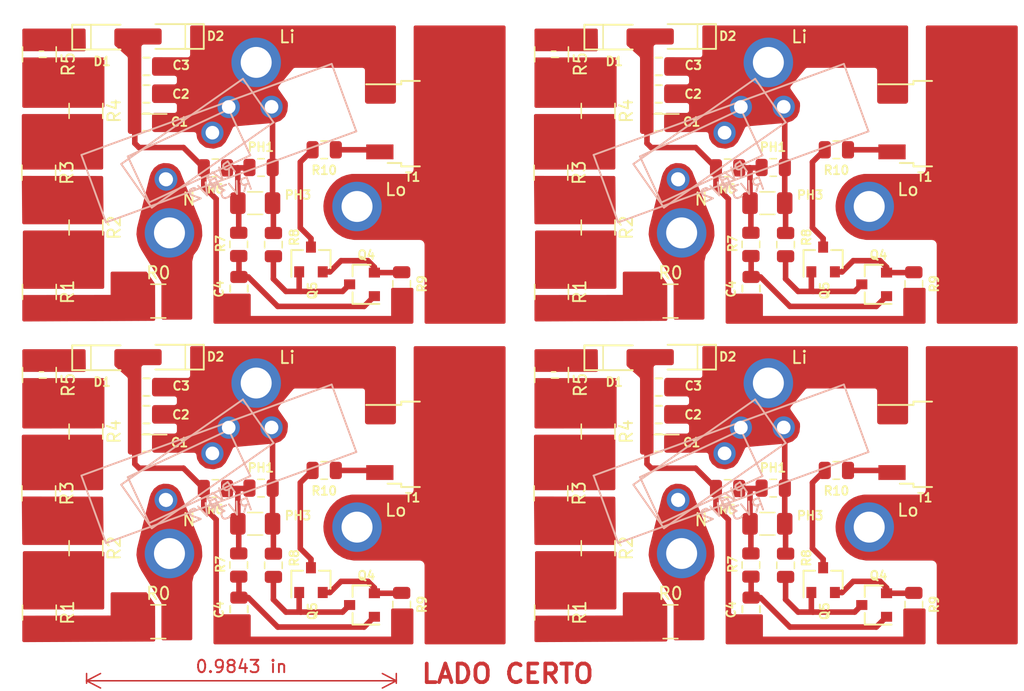
<source format=kicad_pcb>
(kicad_pcb (version 20171130) (host pcbnew "(5.1.4)-1")
  (title_block (title RELAY) (date 2020-07-07) (company "W4COM CONFIDENCIAL"))
  (layers (0 F.Cu signal) (31 B.Cu signal) (34 B.Paste user) (35 F.Paste user) (36 B.SilkS user) (37 F.SilkS user) (38 B.Mask user) (39 F.Mask user) (44 Edge.Cuts user))
  (net 0 "")
  (net 1 /GND)
  (net 2 /LOAD)
  (net 3 /LIVE)
  (net 4 /NEUTRAL)
  (net 5 "Net-(C4-Pad1)")
  (net 6 "Net-(Q4-Pad3)")
  (net 7 "Net-(PH1-Pad1)")
  (net 8 "Net-(Q4-Pad2)")
  (net 9 "Net-(Q5-Pad3)")
  (net 10 "Net-(D1-Pad1)")
  (net 11 "Net-(R0-Pad1)")
  (net 12 "Net-(R1-Pad1)")
  (net 13 "Net-(R2-Pad1)")
  (net 14 "Net-(R10-Pad1)")
  (net 15 "Net-(R3-Pad1)")
  (net 16 "Net-(R4-Pad1)")
  (module Resistor_SMD:R_1210_3225Metric (layer F.Cu) (at 151.34 78.71 270)
    (fp_text reference R5 (at 0.8 -2.33 90) (layer F.SilkS))
    (fp_text value 3k)
    (pad 2 smd roundrect (at 1.4 0 270) (size 1.25 2.65) (layers F.Cu F.Paste F.Mask) (roundrect_rratio 0.2) (net 16 "Net-(R4-Pad1)"))
    (pad 1 smd roundrect (at -1.4 0 270) (size 1.25 2.65) (layers F.Cu F.Paste F.Mask) (roundrect_rratio 0.2) (net 10 "Net-(D1-Pad1)"))
  )
  (module Resistor_SMD:R_1210_3225Metric (layer F.Cu) (at 110 78.71 270)
    (fp_text reference R5 (at 0.8 -2.33 90) (layer F.SilkS))
    (fp_text value 3k)
    (pad 2 smd roundrect (at 1.4 0 270) (size 1.25 2.65) (layers F.Cu F.Paste F.Mask) (roundrect_rratio 0.2) (net 16 "Net-(R4-Pad1)"))
    (pad 1 smd roundrect (at -1.4 0 270) (size 1.25 2.65) (layers F.Cu F.Paste F.Mask) (roundrect_rratio 0.2) (net 10 "Net-(D1-Pad1)"))
  )
  (module Resistor_SMD:R_1210_3225Metric (layer F.Cu) (at 151.34 52.81 270)
    (fp_text reference R5 (at 0.8 -2.33 90) (layer F.SilkS))
    (fp_text value 3k)
    (pad 2 smd roundrect (at 1.4 0 270) (size 1.25 2.65) (layers F.Cu F.Paste F.Mask) (roundrect_rratio 0.2) (net 16 "Net-(R4-Pad1)"))
    (pad 1 smd roundrect (at -1.4 0 270) (size 1.25 2.65) (layers F.Cu F.Paste F.Mask) (roundrect_rratio 0.2) (net 10 "Net-(D1-Pad1)"))
  )
  (module Resistor_SMD:R_1210_3225Metric (layer F.Cu) (at 155.1 83.28 270)
    (fp_text reference R4 (at 0 -2.28 90) (layer F.SilkS))
    (fp_text value 3k)
    (pad 1 smd roundrect (at -1.4 0 270) (size 1.25 2.65) (layers F.Cu F.Paste F.Mask) (roundrect_rratio 0.2) (net 16 "Net-(R4-Pad1)"))
    (pad 2 smd roundrect (at 1.4 0 270) (size 1.25 2.65) (layers F.Cu F.Paste F.Mask) (roundrect_rratio 0.2) (net 15 "Net-(R3-Pad1)"))
  )
  (module Resistor_SMD:R_1210_3225Metric (layer F.Cu) (at 113.76 83.28 270)
    (fp_text reference R4 (at 0 -2.28 90) (layer F.SilkS))
    (fp_text value 3k)
    (pad 1 smd roundrect (at -1.4 0 270) (size 1.25 2.65) (layers F.Cu F.Paste F.Mask) (roundrect_rratio 0.2) (net 16 "Net-(R4-Pad1)"))
    (pad 2 smd roundrect (at 1.4 0 270) (size 1.25 2.65) (layers F.Cu F.Paste F.Mask) (roundrect_rratio 0.2) (net 15 "Net-(R3-Pad1)"))
  )
  (module Resistor_SMD:R_1210_3225Metric (layer F.Cu) (at 155.1 57.38 270)
    (fp_text reference R4 (at 0 -2.28 90) (layer F.SilkS))
    (fp_text value 3k)
    (pad 1 smd roundrect (at -1.4 0 270) (size 1.25 2.65) (layers F.Cu F.Paste F.Mask) (roundrect_rratio 0.2) (net 16 "Net-(R4-Pad1)"))
    (pad 2 smd roundrect (at 1.4 0 270) (size 1.25 2.65) (layers F.Cu F.Paste F.Mask) (roundrect_rratio 0.2) (net 15 "Net-(R3-Pad1)"))
  )
  (module Resistor_SMD:R_1210_3225Metric (layer F.Cu) (at 151.29 88.27 270)
    (fp_text reference R3 (at 0 -2.28 90) (layer F.SilkS))
    (fp_text value 3k)
    (pad 2 smd roundrect (at 1.4 0 270) (size 1.25 2.65) (layers F.Cu F.Paste F.Mask) (roundrect_rratio 0.2) (net 13 "Net-(R2-Pad1)"))
    (pad 1 smd roundrect (at -1.4 0 270) (size 1.25 2.65) (layers F.Cu F.Paste F.Mask) (roundrect_rratio 0.2) (net 15 "Net-(R3-Pad1)"))
  )
  (module Resistor_SMD:R_1210_3225Metric (layer F.Cu) (at 109.95 88.27 270)
    (fp_text reference R3 (at 0 -2.28 90) (layer F.SilkS))
    (fp_text value 3k)
    (pad 2 smd roundrect (at 1.4 0 270) (size 1.25 2.65) (layers F.Cu F.Paste F.Mask) (roundrect_rratio 0.2) (net 13 "Net-(R2-Pad1)"))
    (pad 1 smd roundrect (at -1.4 0 270) (size 1.25 2.65) (layers F.Cu F.Paste F.Mask) (roundrect_rratio 0.2) (net 15 "Net-(R3-Pad1)"))
  )
  (module Resistor_SMD:R_1210_3225Metric (layer F.Cu) (at 151.29 62.37 270)
    (fp_text reference R3 (at 0 -2.28 90) (layer F.SilkS))
    (fp_text value 3k)
    (pad 2 smd roundrect (at 1.4 0 270) (size 1.25 2.65) (layers F.Cu F.Paste F.Mask) (roundrect_rratio 0.2) (net 13 "Net-(R2-Pad1)"))
    (pad 1 smd roundrect (at -1.4 0 270) (size 1.25 2.65) (layers F.Cu F.Paste F.Mask) (roundrect_rratio 0.2) (net 15 "Net-(R3-Pad1)"))
  )
  (module Resistor_SMD:R_1210_3225Metric (layer F.Cu) (at 151.34 97.9 270)
    (fp_text reference R1 (at 0 -2.28 90) (layer F.SilkS))
    (fp_text value 3k)
    (pad 2 smd roundrect (at 1.4 0 270) (size 1.25 2.65) (layers F.Cu F.Paste F.Mask) (roundrect_rratio 0.2) (net 11 "Net-(R0-Pad1)"))
    (pad 1 smd roundrect (at -1.4 0 270) (size 1.25 2.65) (layers F.Cu F.Paste F.Mask) (roundrect_rratio 0.2) (net 12 "Net-(R1-Pad1)"))
  )
  (module Resistor_SMD:R_1210_3225Metric (layer F.Cu) (at 110 97.9 270)
    (fp_text reference R1 (at 0 -2.28 90) (layer F.SilkS))
    (fp_text value 3k)
    (pad 2 smd roundrect (at 1.4 0 270) (size 1.25 2.65) (layers F.Cu F.Paste F.Mask) (roundrect_rratio 0.2) (net 11 "Net-(R0-Pad1)"))
    (pad 1 smd roundrect (at -1.4 0 270) (size 1.25 2.65) (layers F.Cu F.Paste F.Mask) (roundrect_rratio 0.2) (net 12 "Net-(R1-Pad1)"))
  )
  (module Resistor_SMD:R_1210_3225Metric (layer F.Cu) (at 151.34 72 270)
    (fp_text reference R1 (at 0 -2.28 90) (layer F.SilkS))
    (fp_text value 3k)
    (pad 2 smd roundrect (at 1.4 0 270) (size 1.25 2.65) (layers F.Cu F.Paste F.Mask) (roundrect_rratio 0.2) (net 11 "Net-(R0-Pad1)"))
    (pad 1 smd roundrect (at -1.4 0 270) (size 1.25 2.65) (layers F.Cu F.Paste F.Mask) (roundrect_rratio 0.2) (net 12 "Net-(R1-Pad1)"))
  )
  (module Resistor_SMD:R_0805_2012Metric (layer F.Cu) (at 167.43 94.06 270)
    (fp_text reference R7 (at -0.06 1.47 90) (layer F.SilkS) (effects (font (size 0.7 0.7))))
    (fp_text value 30k)
    (pad 2 smd roundrect (at 0.9375 0 270) (size 0.975 1.4) (layers F.Cu F.Paste F.Mask) (net 5 "Net-(C4-Pad1)"))
    (pad 1 smd roundrect (at -0.9375 0 270) (size 0.975 1.4) (layers F.Cu F.Paste F.Mask) (net 7 "Net-(PH1-Pad1)"))
  )
  (module Resistor_SMD:R_0805_2012Metric (layer F.Cu) (at 126.09 94.06 270)
    (fp_text reference R7 (at -0.06 1.47 90) (layer F.SilkS) (effects (font (size 0.7 0.7))))
    (fp_text value 30k)
    (pad 2 smd roundrect (at 0.9375 0 270) (size 0.975 1.4) (layers F.Cu F.Paste F.Mask) (net 5 "Net-(C4-Pad1)"))
    (pad 1 smd roundrect (at -0.9375 0 270) (size 0.975 1.4) (layers F.Cu F.Paste F.Mask) (net 7 "Net-(PH1-Pad1)"))
  )
  (module Resistor_SMD:R_0805_2012Metric (layer F.Cu) (at 167.43 68.16 270)
    (fp_text reference R7 (at -0.06 1.47 90) (layer F.SilkS) (effects (font (size 0.7 0.7))))
    (fp_text value 30k)
    (pad 2 smd roundrect (at 0.9375 0 270) (size 0.975 1.4) (layers F.Cu F.Paste F.Mask) (net 5 "Net-(C4-Pad1)"))
    (pad 1 smd roundrect (at -0.9375 0 270) (size 0.975 1.4) (layers F.Cu F.Paste F.Mask) (net 7 "Net-(PH1-Pad1)"))
  )
  (module Resistor_SMD:R_0805_2012Metric (layer F.Cu) (at 170.23 94.08 270)
    (fp_text reference R8 (at -0.59 -1.69 90) (layer F.SilkS) (effects (font (size 0.7 0.7))))
    (fp_text value 30k)
    (pad 1 smd roundrect (at -0.9375 0 270) (size 0.975 1.4) (layers F.Cu F.Paste F.Mask) (net 3 /LIVE))
    (pad 2 smd roundrect (at 0.9375 0 270) (size 0.975 1.4) (layers F.Cu F.Paste F.Mask) (net 6 "Net-(Q4-Pad3)"))
  )
  (module Resistor_SMD:R_0805_2012Metric (layer F.Cu) (at 128.89 94.08 270)
    (fp_text reference R8 (at -0.59 -1.69 90) (layer F.SilkS) (effects (font (size 0.7 0.7))))
    (fp_text value 30k)
    (pad 1 smd roundrect (at -0.9375 0 270) (size 0.975 1.4) (layers F.Cu F.Paste F.Mask) (net 3 /LIVE))
    (pad 2 smd roundrect (at 0.9375 0 270) (size 0.975 1.4) (layers F.Cu F.Paste F.Mask) (net 6 "Net-(Q4-Pad3)"))
  )
  (module Resistor_SMD:R_0805_2012Metric (layer F.Cu) (at 170.23 68.18 270)
    (fp_text reference R8 (at -0.59 -1.69 90) (layer F.SilkS) (effects (font (size 0.7 0.7))))
    (fp_text value 30k)
    (pad 1 smd roundrect (at -0.9375 0 270) (size 0.975 1.4) (layers F.Cu F.Paste F.Mask) (net 3 /LIVE))
    (pad 2 smd roundrect (at 0.9375 0 270) (size 0.975 1.4) (layers F.Cu F.Paste F.Mask) (net 6 "Net-(Q4-Pad3)"))
  )
  (module Resistor_SMD:R_1206_3216Metric (layer F.Cu) (at 168.76 90.73)
    (fp_text reference PH3 (at 3.45 -0.66) (layer F.SilkS) (effects (font (size 0.7 0.7))))
    (fp_text value Q_Photo_NPN_EC)
    (pad 2 smd roundrect (at 1.4 0) (size 1.25 1.75) (layers F.Cu F.Paste F.Mask) (roundrect_rratio 0.2) (net 3 /LIVE))
    (pad 1 smd roundrect (at -1.4 0) (size 1.25 1.75) (layers F.Cu F.Paste F.Mask) (roundrect_rratio 0.2) (net 7 "Net-(PH1-Pad1)"))
  )
  (module Resistor_SMD:R_1206_3216Metric (layer F.Cu) (at 127.42 90.73)
    (fp_text reference PH3 (at 3.45 -0.66) (layer F.SilkS) (effects (font (size 0.7 0.7))))
    (fp_text value Q_Photo_NPN_EC)
    (pad 2 smd roundrect (at 1.4 0) (size 1.25 1.75) (layers F.Cu F.Paste F.Mask) (roundrect_rratio 0.2) (net 3 /LIVE))
    (pad 1 smd roundrect (at -1.4 0) (size 1.25 1.75) (layers F.Cu F.Paste F.Mask) (roundrect_rratio 0.2) (net 7 "Net-(PH1-Pad1)"))
  )
  (module Resistor_SMD:R_1206_3216Metric (layer F.Cu) (at 168.76 64.83)
    (fp_text reference PH3 (at 3.45 -0.66) (layer F.SilkS) (effects (font (size 0.7 0.7))))
    (fp_text value Q_Photo_NPN_EC)
    (pad 2 smd roundrect (at 1.4 0) (size 1.25 1.75) (layers F.Cu F.Paste F.Mask) (roundrect_rratio 0.2) (net 3 /LIVE))
    (pad 1 smd roundrect (at -1.4 0) (size 1.25 1.75) (layers F.Cu F.Paste F.Mask) (roundrect_rratio 0.2) (net 7 "Net-(PH1-Pad1)"))
  )
  (module Resistor_SMD:R_1210_3225Metric (layer F.Cu) (at 160.94 98.64)
    (fp_text reference R0 (at 0 -2.28) (layer F.SilkS))
    (fp_text value 3k)
    (pad 2 smd roundrect (at 1.4 0) (size 1.25 2.65) (layers F.Cu F.Paste F.Mask) (roundrect_rratio 0.2) (net 4 /NEUTRAL))
    (pad 1 smd roundrect (at -1.4 0) (size 1.25 2.65) (layers F.Cu F.Paste F.Mask) (roundrect_rratio 0.2) (net 11 "Net-(R0-Pad1)"))
  )
  (module Resistor_SMD:R_1210_3225Metric (layer F.Cu) (at 119.6 98.64)
    (fp_text reference R0 (at 0 -2.28) (layer F.SilkS))
    (fp_text value 3k)
    (pad 2 smd roundrect (at 1.4 0) (size 1.25 2.65) (layers F.Cu F.Paste F.Mask) (roundrect_rratio 0.2) (net 4 /NEUTRAL))
    (pad 1 smd roundrect (at -1.4 0) (size 1.25 2.65) (layers F.Cu F.Paste F.Mask) (roundrect_rratio 0.2) (net 11 "Net-(R0-Pad1)"))
  )
  (module Resistor_SMD:R_1210_3225Metric (layer F.Cu) (at 160.94 72.74)
    (fp_text reference R0 (at 0 -2.28) (layer F.SilkS))
    (fp_text value 3k)
    (pad 2 smd roundrect (at 1.4 0) (size 1.25 2.65) (layers F.Cu F.Paste F.Mask) (roundrect_rratio 0.2) (net 4 /NEUTRAL))
    (pad 1 smd roundrect (at -1.4 0) (size 1.25 2.65) (layers F.Cu F.Paste F.Mask) (roundrect_rratio 0.2) (net 11 "Net-(R0-Pad1)"))
  )
  (module Varistor:RV_Disc_D21.5mm_W5.8mm_P10mm (layer B.Cu) (at 170.08 82.95 200)
    (fp_text reference RV3 (at 5 -5.2 20) (layer B.SilkS) (effects (justify mirror)))
    (fp_text value Varistor)
    (pad 2 thru_hole circle (at 10 -2.6 200) (size 1.8 1.8) (drill 1.1) (layers *.Cu *.Mask) (net 4 /NEUTRAL))
    (pad 1 thru_hole circle (at 0 0 200) (size 1.8 1.8) (drill 1.1) (layers *.Cu *.Mask) (net 3 /LIVE))
  )
  (module Varistor:RV_Disc_D21.5mm_W5.8mm_P10mm (layer B.Cu) (at 128.74 82.95 200)
    (fp_text reference RV3 (at 5 -5.2 20) (layer B.SilkS) (effects (justify mirror)))
    (fp_text value Varistor)
    (pad 2 thru_hole circle (at 10 -2.6 200) (size 1.8 1.8) (drill 1.1) (layers *.Cu *.Mask) (net 4 /NEUTRAL))
    (pad 1 thru_hole circle (at 0 0 200) (size 1.8 1.8) (drill 1.1) (layers *.Cu *.Mask) (net 3 /LIVE))
  )
  (module Varistor:RV_Disc_D21.5mm_W5.8mm_P10mm (layer B.Cu) (at 170.08 57.05 200)
    (fp_text reference RV3 (at 5 -5.2 20) (layer B.SilkS) (effects (justify mirror)))
    (fp_text value Varistor)
    (pad 2 thru_hole circle (at 10 -2.6 200) (size 1.8 1.8) (drill 1.1) (layers *.Cu *.Mask) (net 4 /NEUTRAL))
    (pad 1 thru_hole circle (at 0 0 200) (size 1.8 1.8) (drill 1.1) (layers *.Cu *.Mask) (net 3 /LIVE))
  )
  (module Resistor_SMD:R_0805_2012Metric (layer F.Cu) (at 169.2325 87.85)
    (fp_text reference PH1 (at -0.02 -1.645) (layer F.SilkS) (effects (font (size 0.7 0.7))))
    (fp_text value Q_Photo_NPN_EC)
    (pad 2 smd roundrect (at 0.9375 0) (size 0.975 1.4) (layers F.Cu F.Paste F.Mask) (net 3 /LIVE))
    (pad 1 smd roundrect (at -0.9375 0) (size 0.975 1.4) (layers F.Cu F.Paste F.Mask) (net 7 "Net-(PH1-Pad1)"))
  )
  (module Resistor_SMD:R_0805_2012Metric (layer F.Cu) (at 127.8925 87.85)
    (fp_text reference PH1 (at -0.02 -1.645) (layer F.SilkS) (effects (font (size 0.7 0.7))))
    (fp_text value Q_Photo_NPN_EC)
    (pad 2 smd roundrect (at 0.9375 0) (size 0.975 1.4) (layers F.Cu F.Paste F.Mask) (net 3 /LIVE))
    (pad 1 smd roundrect (at -0.9375 0) (size 0.975 1.4) (layers F.Cu F.Paste F.Mask) (net 7 "Net-(PH1-Pad1)"))
  )
  (module Resistor_SMD:R_0805_2012Metric (layer F.Cu) (at 169.2325 61.95)
    (fp_text reference PH1 (at -0.02 -1.645) (layer F.SilkS) (effects (font (size 0.7 0.7))))
    (fp_text value Q_Photo_NPN_EC)
    (pad 2 smd roundrect (at 0.9375 0) (size 0.975 1.4) (layers F.Cu F.Paste F.Mask) (net 3 /LIVE))
    (pad 1 smd roundrect (at -0.9375 0) (size 0.975 1.4) (layers F.Cu F.Paste F.Mask) (net 7 "Net-(PH1-Pad1)"))
  )
  (module Resistor_SMD:R_0805_2012Metric (layer F.Cu) (at 174.33 86.42 180)
    (fp_text reference R10 (at 0 -1.65) (layer F.SilkS) (effects (font (size 0.7 0.7))))
    (fp_text value 2.2k)
    (pad 2 smd roundrect (at 0.9375 0 180) (size 0.975 1.4) (layers F.Cu F.Paste F.Mask) (net 9 "Net-(Q5-Pad3)"))
    (pad 1 smd roundrect (at -0.9375 0 180) (size 0.975 1.4) (layers F.Cu F.Paste F.Mask) (net 14 "Net-(R10-Pad1)"))
  )
  (module Resistor_SMD:R_0805_2012Metric (layer F.Cu) (at 132.99 86.42 180)
    (fp_text reference R10 (at 0 -1.65) (layer F.SilkS) (effects (font (size 0.7 0.7))))
    (fp_text value 2.2k)
    (pad 2 smd roundrect (at 0.9375 0 180) (size 0.975 1.4) (layers F.Cu F.Paste F.Mask) (net 9 "Net-(Q5-Pad3)"))
    (pad 1 smd roundrect (at -0.9375 0 180) (size 0.975 1.4) (layers F.Cu F.Paste F.Mask) (net 14 "Net-(R10-Pad1)"))
  )
  (module Resistor_SMD:R_0805_2012Metric (layer F.Cu) (at 174.33 60.52 180)
    (fp_text reference R10 (at 0 -1.65) (layer F.SilkS) (effects (font (size 0.7 0.7))))
    (fp_text value 2.2k)
    (pad 2 smd roundrect (at 0.9375 0 180) (size 0.975 1.4) (layers F.Cu F.Paste F.Mask) (net 9 "Net-(Q5-Pad3)"))
    (pad 1 smd roundrect (at -0.9375 0 180) (size 0.975 1.4) (layers F.Cu F.Paste F.Mask) (net 14 "Net-(R10-Pad1)"))
  )
  (module Resistor_SMD:R_0805_2012Metric (layer F.Cu) (at 180.58 97.25 270)
    (fp_text reference R9 (at 0 -1.65 90) (layer F.SilkS) (effects (font (size 0.7 0.7))))
    (fp_text value 2.2k)
    (pad 2 smd roundrect (at 0.9375 0 270) (size 0.975 1.4) (layers F.Cu F.Paste F.Mask) (net 1 /GND))
    (pad 1 smd roundrect (at -0.9375 0 270) (size 0.975 1.4) (layers F.Cu F.Paste F.Mask) (net 8 "Net-(Q4-Pad2)"))
  )
  (module Resistor_SMD:R_0805_2012Metric (layer F.Cu) (at 139.24 97.25 270)
    (fp_text reference R9 (at 0 -1.65 90) (layer F.SilkS) (effects (font (size 0.7 0.7))))
    (fp_text value 2.2k)
    (pad 2 smd roundrect (at 0.9375 0 270) (size 0.975 1.4) (layers F.Cu F.Paste F.Mask) (net 1 /GND))
    (pad 1 smd roundrect (at -0.9375 0 270) (size 0.975 1.4) (layers F.Cu F.Paste F.Mask) (net 8 "Net-(Q4-Pad2)"))
  )
  (module Resistor_SMD:R_0805_2012Metric (layer F.Cu) (at 180.58 71.35 270)
    (fp_text reference R9 (at 0 -1.65 90) (layer F.SilkS) (effects (font (size 0.7 0.7))))
    (fp_text value 2.2k)
    (pad 2 smd roundrect (at 0.9375 0 270) (size 0.975 1.4) (layers F.Cu F.Paste F.Mask) (net 1 /GND))
    (pad 1 smd roundrect (at -0.9375 0 270) (size 0.975 1.4) (layers F.Cu F.Paste F.Mask) (net 8 "Net-(Q4-Pad2)"))
  )
  (module Resistor_SMD:R_1210_3225Metric (layer F.Cu) (at 155.1 92.7 270)
    (fp_text reference R2 (at 0 -2.28 90) (layer F.SilkS))
    (fp_text value 3k)
    (pad 1 smd roundrect (at -1.4 0 270) (size 1.25 2.65) (layers F.Cu F.Paste F.Mask) (roundrect_rratio 0.2) (net 13 "Net-(R2-Pad1)"))
    (pad 2 smd roundrect (at 1.4 0 270) (size 1.25 2.65) (layers F.Cu F.Paste F.Mask) (roundrect_rratio 0.2) (net 12 "Net-(R1-Pad1)"))
  )
  (module Resistor_SMD:R_1210_3225Metric (layer F.Cu) (at 113.76 92.7 270)
    (fp_text reference R2 (at 0 -2.28 90) (layer F.SilkS))
    (fp_text value 3k)
    (pad 1 smd roundrect (at -1.4 0 270) (size 1.25 2.65) (layers F.Cu F.Paste F.Mask) (roundrect_rratio 0.2) (net 13 "Net-(R2-Pad1)"))
    (pad 2 smd roundrect (at 1.4 0 270) (size 1.25 2.65) (layers F.Cu F.Paste F.Mask) (roundrect_rratio 0.2) (net 12 "Net-(R1-Pad1)"))
  )
  (module Resistor_SMD:R_1210_3225Metric (layer F.Cu) (at 155.1 66.8 270)
    (fp_text reference R2 (at 0 -2.28 90) (layer F.SilkS))
    (fp_text value 3k)
    (pad 1 smd roundrect (at -1.4 0 270) (size 1.25 2.65) (layers F.Cu F.Paste F.Mask) (roundrect_rratio 0.2) (net 13 "Net-(R2-Pad1)"))
    (pad 2 smd roundrect (at 1.4 0 270) (size 1.25 2.65) (layers F.Cu F.Paste F.Mask) (roundrect_rratio 0.2) (net 12 "Net-(R1-Pad1)"))
  )
  (module Resistor_SMD:R_0805_2012Metric (layer F.Cu) (at 165.55 87.88)
    (fp_text reference R6 (at 0 1.69) (layer F.SilkS) (effects (font (size 0.7 0.7))))
    (fp_text value 30k)
    (pad 1 smd roundrect (at -0.9375 0) (size 0.975 1.4) (layers F.Cu F.Paste F.Mask) (net 1 /GND))
    (pad 2 smd roundrect (at 0.9375 0) (size 0.975 1.4) (layers F.Cu F.Paste F.Mask) (net 7 "Net-(PH1-Pad1)"))
  )
  (module Resistor_SMD:R_0805_2012Metric (layer F.Cu) (at 124.21 87.88)
    (fp_text reference R6 (at 0 1.69) (layer F.SilkS) (effects (font (size 0.7 0.7))))
    (fp_text value 30k)
    (pad 1 smd roundrect (at -0.9375 0) (size 0.975 1.4) (layers F.Cu F.Paste F.Mask) (net 1 /GND))
    (pad 2 smd roundrect (at 0.9375 0) (size 0.975 1.4) (layers F.Cu F.Paste F.Mask) (net 7 "Net-(PH1-Pad1)"))
  )
  (module Resistor_SMD:R_0805_2012Metric (layer F.Cu) (at 165.55 61.98)
    (fp_text reference R6 (at 0 1.69) (layer F.SilkS) (effects (font (size 0.7 0.7))))
    (fp_text value 30k)
    (pad 1 smd roundrect (at -0.9375 0) (size 0.975 1.4) (layers F.Cu F.Paste F.Mask) (net 1 /GND))
    (pad 2 smd roundrect (at 0.9375 0) (size 0.975 1.4) (layers F.Cu F.Paste F.Mask) (net 7 "Net-(PH1-Pad1)"))
  )
  (module custom:nema_3_pin_chinese (layer F.Cu) (at 168.84 88.03)
    (fp_text reference J1 hide)
    (fp_text value Conn_01x03)
    (fp_text user Li (at 2.5 -10.74) (layer F.SilkS))
    (fp_text user N (at -5.43 2.38) (layer F.SilkS))
    (fp_text user Lo (at 11.27 1.6) (layer F.SilkS))
    (pad 2 thru_hole circle (at -7 5.1) (size 4 4) (drill 2.5) (layers *.Cu *.Mask) (net 4 /NEUTRAL))
    (pad 3 thru_hole circle (at 8.14 2.97) (size 4 4) (drill 2.5) (layers *.Cu *.Mask) (net 2 /LOAD))
    (pad 1 thru_hole circle (at 0 -8.67) (size 4 4) (drill 2.5) (layers *.Cu *.Mask) (net 3 /LIVE))
  )
  (module custom:nema_3_pin_chinese (layer F.Cu) (at 127.5 88.03)
    (fp_text reference J1 hide)
    (fp_text value Conn_01x03)
    (fp_text user Li (at 2.5 -10.74) (layer F.SilkS))
    (fp_text user N (at -5.43 2.38) (layer F.SilkS))
    (fp_text user Lo (at 11.27 1.6) (layer F.SilkS))
    (pad 2 thru_hole circle (at -7 5.1) (size 4 4) (drill 2.5) (layers *.Cu *.Mask) (net 4 /NEUTRAL))
    (pad 3 thru_hole circle (at 8.14 2.97) (size 4 4) (drill 2.5) (layers *.Cu *.Mask) (net 2 /LOAD))
    (pad 1 thru_hole circle (at 0 -8.67) (size 4 4) (drill 2.5) (layers *.Cu *.Mask) (net 3 /LIVE))
  )
  (module custom:nema_3_pin_chinese (layer F.Cu) (at 168.84 62.13)
    (fp_text reference J1 hide)
    (fp_text value Conn_01x03)
    (fp_text user Li (at 2.5 -10.74) (layer F.SilkS))
    (fp_text user N (at -5.43 2.38) (layer F.SilkS))
    (fp_text user Lo (at 11.27 1.6) (layer F.SilkS))
    (pad 2 thru_hole circle (at -7 5.1) (size 4 4) (drill 2.5) (layers *.Cu *.Mask) (net 4 /NEUTRAL))
    (pad 3 thru_hole circle (at 8.14 2.97) (size 4 4) (drill 2.5) (layers *.Cu *.Mask) (net 2 /LOAD))
    (pad 1 thru_hole circle (at 0 -8.67) (size 4 4) (drill 2.5) (layers *.Cu *.Mask) (net 3 /LIVE))
  )
  (module Varistor:RV_Disc_D12mm_W4.3mm_P7.5mm (layer B.Cu) (at 166.62 82.96 215)
    (fp_text reference RV1 (at 3.75 -4.1 215) (layer B.SilkS) (effects (justify mirror)))
    (fp_text value Varistor)
    (pad 2 thru_hole circle (at 7.5 -1.9 215) (size 1.8 1.8) (drill 1.1) (layers *.Cu *.Mask) (net 4 /NEUTRAL))
    (pad 1 thru_hole circle (at 0 0 215) (size 1.8 1.8) (drill 1.1) (layers *.Cu *.Mask) (net 3 /LIVE))
  )
  (module Varistor:RV_Disc_D12mm_W4.3mm_P7.5mm (layer B.Cu) (at 125.28 82.96 215)
    (fp_text reference RV1 (at 3.75 -4.1 215) (layer B.SilkS) (effects (justify mirror)))
    (fp_text value Varistor)
    (pad 2 thru_hole circle (at 7.5 -1.9 215) (size 1.8 1.8) (drill 1.1) (layers *.Cu *.Mask) (net 4 /NEUTRAL))
    (pad 1 thru_hole circle (at 0 0 215) (size 1.8 1.8) (drill 1.1) (layers *.Cu *.Mask) (net 3 /LIVE))
  )
  (module Varistor:RV_Disc_D12mm_W4.3mm_P7.5mm (layer B.Cu) (at 166.62 57.06 215)
    (fp_text reference RV1 (at 3.75 -4.1 215) (layer B.SilkS) (effects (justify mirror)))
    (fp_text value Varistor)
    (pad 2 thru_hole circle (at 7.5 -1.9 215) (size 1.8 1.8) (drill 1.1) (layers *.Cu *.Mask) (net 4 /NEUTRAL))
    (pad 1 thru_hole circle (at 0 0 215) (size 1.8 1.8) (drill 1.1) (layers *.Cu *.Mask) (net 3 /LIVE))
  )
  (module Package_TO_SOT_SMD:SOT-23 (layer F.Cu) (at 177.38 97.29 180)
    (fp_text reference Q4 (at -0.35 2.37) (layer F.SilkS) (effects (font (size 0.7 0.7))))
    (fp_text value Q_NPN_BEC)
    (pad 1 smd rect (at -1 -0.95 180) (size 0.9 0.8) (layers F.Cu F.Paste F.Mask) (net 5 "Net-(C4-Pad1)"))
    (pad 2 smd rect (at -1 0.95 180) (size 0.9 0.8) (layers F.Cu F.Paste F.Mask) (net 8 "Net-(Q4-Pad2)"))
    (pad 3 smd rect (at 1 0 180) (size 0.9 0.8) (layers F.Cu F.Paste F.Mask) (net 6 "Net-(Q4-Pad3)"))
  )
  (module Package_TO_SOT_SMD:SOT-23 (layer F.Cu) (at 136.04 97.29 180)
    (fp_text reference Q4 (at -0.35 2.37) (layer F.SilkS) (effects (font (size 0.7 0.7))))
    (fp_text value Q_NPN_BEC)
    (pad 1 smd rect (at -1 -0.95 180) (size 0.9 0.8) (layers F.Cu F.Paste F.Mask) (net 5 "Net-(C4-Pad1)"))
    (pad 2 smd rect (at -1 0.95 180) (size 0.9 0.8) (layers F.Cu F.Paste F.Mask) (net 8 "Net-(Q4-Pad2)"))
    (pad 3 smd rect (at 1 0 180) (size 0.9 0.8) (layers F.Cu F.Paste F.Mask) (net 6 "Net-(Q4-Pad3)"))
  )
  (module Package_TO_SOT_SMD:SOT-23 (layer F.Cu) (at 177.38 71.39 180)
    (fp_text reference Q4 (at -0.35 2.37) (layer F.SilkS) (effects (font (size 0.7 0.7))))
    (fp_text value Q_NPN_BEC)
    (pad 1 smd rect (at -1 -0.95 180) (size 0.9 0.8) (layers F.Cu F.Paste F.Mask) (net 5 "Net-(C4-Pad1)"))
    (pad 2 smd rect (at -1 0.95 180) (size 0.9 0.8) (layers F.Cu F.Paste F.Mask) (net 8 "Net-(Q4-Pad2)"))
    (pad 3 smd rect (at 1 0 180) (size 0.9 0.8) (layers F.Cu F.Paste F.Mask) (net 6 "Net-(Q4-Pad3)"))
  )
  (module Diode_SMD:D_SOD-123 (layer F.Cu) (at 156.24 77.32)
    (fp_text reference D1 (at 0.16 1.96) (layer F.SilkS) (effects (font (size 0.7 0.7))))
    (fp_text value 1N4007)
    (pad 2 smd rect (at 1.65 0) (size 0.9 1.2) (layers F.Cu F.Paste F.Mask) (net 1 /GND))
    (pad 1 smd rect (at -1.65 0) (size 0.9 1.2) (layers F.Cu F.Paste F.Mask) (net 10 "Net-(D1-Pad1)"))
  )
  (module Diode_SMD:D_SOD-123 (layer F.Cu) (at 114.9 77.32)
    (fp_text reference D1 (at 0.16 1.96) (layer F.SilkS) (effects (font (size 0.7 0.7))))
    (fp_text value 1N4007)
    (pad 2 smd rect (at 1.65 0) (size 0.9 1.2) (layers F.Cu F.Paste F.Mask) (net 1 /GND))
    (pad 1 smd rect (at -1.65 0) (size 0.9 1.2) (layers F.Cu F.Paste F.Mask) (net 10 "Net-(D1-Pad1)"))
  )
  (module Diode_SMD:D_SOD-123 (layer F.Cu) (at 156.24 51.42)
    (fp_text reference D1 (at 0.16 1.96) (layer F.SilkS) (effects (font (size 0.7 0.7))))
    (fp_text value 1N4007)
    (pad 2 smd rect (at 1.65 0) (size 0.9 1.2) (layers F.Cu F.Paste F.Mask) (net 1 /GND))
    (pad 1 smd rect (at -1.65 0) (size 0.9 1.2) (layers F.Cu F.Paste F.Mask) (net 10 "Net-(D1-Pad1)"))
  )
  (module Capacitor_SMD:C_0805_2012Metric (layer F.Cu) (at 167.45 97.63 270)
    (fp_text reference C4 (at 0.03 1.61 90) (layer F.SilkS) (effects (font (size 0.7 0.7))))
    (fp_text value 10uF)
    (pad 1 smd roundrect (at -0.9375 0 270) (size 0.975 1.4) (layers F.Cu F.Paste F.Mask) (net 5 "Net-(C4-Pad1)"))
    (pad 2 smd roundrect (at 0.9375 0 270) (size 0.975 1.4) (layers F.Cu F.Paste F.Mask) (net 1 /GND))
  )
  (module Capacitor_SMD:C_0805_2012Metric (layer F.Cu) (at 126.11 97.63 270)
    (fp_text reference C4 (at 0.03 1.61 90) (layer F.SilkS) (effects (font (size 0.7 0.7))))
    (fp_text value 10uF)
    (pad 1 smd roundrect (at -0.9375 0 270) (size 0.975 1.4) (layers F.Cu F.Paste F.Mask) (net 5 "Net-(C4-Pad1)"))
    (pad 2 smd roundrect (at 0.9375 0 270) (size 0.975 1.4) (layers F.Cu F.Paste F.Mask) (net 1 /GND))
  )
  (module Capacitor_SMD:C_0805_2012Metric (layer F.Cu) (at 167.45 71.73 270)
    (fp_text reference C4 (at 0.03 1.61 90) (layer F.SilkS) (effects (font (size 0.7 0.7))))
    (fp_text value 10uF)
    (pad 1 smd roundrect (at -0.9375 0 270) (size 0.975 1.4) (layers F.Cu F.Paste F.Mask) (net 5 "Net-(C4-Pad1)"))
    (pad 2 smd roundrect (at 0.9375 0 270) (size 0.975 1.4) (layers F.Cu F.Paste F.Mask) (net 1 /GND))
  )
  (module Capacitor_SMD:C_0805_2012Metric (layer F.Cu) (at 159.98 84.19 180)
    (fp_text reference C1 (at -2.67 0.02) (layer F.SilkS) (effects (font (size 0.7 0.7))))
    (fp_text value 10uF)
    (pad 2 smd roundrect (at 0.9375 0 180) (size 0.975 1.4) (layers F.Cu F.Paste F.Mask) (net 1 /GND))
    (pad 1 smd roundrect (at -0.9375 0 180) (size 0.975 1.4) (layers F.Cu F.Paste F.Mask) (net 3 /LIVE))
  )
  (module Capacitor_SMD:C_0805_2012Metric (layer F.Cu) (at 118.64 84.19 180)
    (fp_text reference C1 (at -2.67 0.02) (layer F.SilkS) (effects (font (size 0.7 0.7))))
    (fp_text value 10uF)
    (pad 2 smd roundrect (at 0.9375 0 180) (size 0.975 1.4) (layers F.Cu F.Paste F.Mask) (net 1 /GND))
    (pad 1 smd roundrect (at -0.9375 0 180) (size 0.975 1.4) (layers F.Cu F.Paste F.Mask) (net 3 /LIVE))
  )
  (module Capacitor_SMD:C_0805_2012Metric (layer F.Cu) (at 159.98 58.29 180)
    (fp_text reference C1 (at -2.67 0.02) (layer F.SilkS) (effects (font (size 0.7 0.7))))
    (fp_text value 10uF)
    (pad 2 smd roundrect (at 0.9375 0 180) (size 0.975 1.4) (layers F.Cu F.Paste F.Mask) (net 1 /GND))
    (pad 1 smd roundrect (at -0.9375 0 180) (size 0.975 1.4) (layers F.Cu F.Paste F.Mask) (net 3 /LIVE))
  )
  (module Varistor:RV_Disc_D9mm_W4.1mm_P5mm (layer B.Cu) (at 165.305 85.04 205)
    (fp_text reference RV2 (at 2.5 -3.95 205) (layer B.SilkS) (effects (justify mirror)))
    (fp_text value Varistor)
    (pad 2 thru_hole circle (at 5 -1.8 205) (size 1.8 1.8) (drill 1.1) (layers *.Cu *.Mask) (net 4 /NEUTRAL))
    (pad 1 thru_hole circle (at 0 0 205) (size 1.8 1.8) (drill 1.1) (layers *.Cu *.Mask) (net 3 /LIVE))
  )
  (module Varistor:RV_Disc_D9mm_W4.1mm_P5mm (layer B.Cu) (at 123.965 85.04 205)
    (fp_text reference RV2 (at 2.5 -3.95 205) (layer B.SilkS) (effects (justify mirror)))
    (fp_text value Varistor)
    (pad 2 thru_hole circle (at 5 -1.8 205) (size 1.8 1.8) (drill 1.1) (layers *.Cu *.Mask) (net 4 /NEUTRAL))
    (pad 1 thru_hole circle (at 0 0 205) (size 1.8 1.8) (drill 1.1) (layers *.Cu *.Mask) (net 3 /LIVE))
  )
  (module Varistor:RV_Disc_D9mm_W4.1mm_P5mm (layer B.Cu) (at 165.305 59.14 205)
    (fp_text reference RV2 (at 2.5 -3.95 205) (layer B.SilkS) (effects (justify mirror)))
    (fp_text value Varistor)
    (pad 2 thru_hole circle (at 5 -1.8 205) (size 1.8 1.8) (drill 1.1) (layers *.Cu *.Mask) (net 4 /NEUTRAL))
    (pad 1 thru_hole circle (at 0 0 205) (size 1.8 1.8) (drill 1.1) (layers *.Cu *.Mask) (net 3 /LIVE))
  )
  (module Diode_SMD:D_SOD-123 (layer F.Cu) (at 162.36 77.27 180)
    (fp_text reference D2 (at -3.2 0.03) (layer F.SilkS) (effects (font (size 0.7 0.7))))
    (fp_text value 12V)
    (pad 1 smd rect (at -1.65 0 180) (size 0.9 1.2) (layers F.Cu F.Paste F.Mask) (net 3 /LIVE))
    (pad 2 smd rect (at 1.65 0 180) (size 0.9 1.2) (layers F.Cu F.Paste F.Mask) (net 1 /GND))
  )
  (module Diode_SMD:D_SOD-123 (layer F.Cu) (at 121.02 77.27 180)
    (fp_text reference D2 (at -3.2 0.03) (layer F.SilkS) (effects (font (size 0.7 0.7))))
    (fp_text value 12V)
    (pad 1 smd rect (at -1.65 0 180) (size 0.9 1.2) (layers F.Cu F.Paste F.Mask) (net 3 /LIVE))
    (pad 2 smd rect (at 1.65 0 180) (size 0.9 1.2) (layers F.Cu F.Paste F.Mask) (net 1 /GND))
  )
  (module Diode_SMD:D_SOD-123 (layer F.Cu) (at 162.36 51.37 180)
    (fp_text reference D2 (at -3.2 0.03) (layer F.SilkS) (effects (font (size 0.7 0.7))))
    (fp_text value 12V)
    (pad 1 smd rect (at -1.65 0 180) (size 0.9 1.2) (layers F.Cu F.Paste F.Mask) (net 3 /LIVE))
    (pad 2 smd rect (at 1.65 0 180) (size 0.9 1.2) (layers F.Cu F.Paste F.Mask) (net 1 /GND))
  )
  (module Capacitor_SMD:C_0805_2012Metric (layer F.Cu) (at 159.98 79.69 180)
    (fp_text reference C3 (at -2.804 0.098) (layer F.SilkS) (effects (font (size 0.7 0.7))))
    (fp_text value 10uF)
    (pad 2 smd roundrect (at 0.9375 0 180) (size 0.975 1.4) (layers F.Cu F.Paste F.Mask) (net 1 /GND))
    (pad 1 smd roundrect (at -0.9375 0 180) (size 0.975 1.4) (layers F.Cu F.Paste F.Mask) (net 3 /LIVE))
  )
  (module Capacitor_SMD:C_0805_2012Metric (layer F.Cu) (at 118.64 79.69 180)
    (fp_text reference C3 (at -2.804 0.098) (layer F.SilkS) (effects (font (size 0.7 0.7))))
    (fp_text value 10uF)
    (pad 2 smd roundrect (at 0.9375 0 180) (size 0.975 1.4) (layers F.Cu F.Paste F.Mask) (net 1 /GND))
    (pad 1 smd roundrect (at -0.9375 0 180) (size 0.975 1.4) (layers F.Cu F.Paste F.Mask) (net 3 /LIVE))
  )
  (module Capacitor_SMD:C_0805_2012Metric (layer F.Cu) (at 159.98 53.79 180)
    (fp_text reference C3 (at -2.804 0.098) (layer F.SilkS) (effects (font (size 0.7 0.7))))
    (fp_text value 10uF)
    (pad 2 smd roundrect (at 0.9375 0 180) (size 0.975 1.4) (layers F.Cu F.Paste F.Mask) (net 1 /GND))
    (pad 1 smd roundrect (at -0.9375 0 180) (size 0.975 1.4) (layers F.Cu F.Paste F.Mask) (net 3 /LIVE))
  )
  (module Package_TO_SOT_SMD:SOT-23 (layer F.Cu) (at 173.26 95.28 90)
    (fp_text reference Q5 (at -2.51 0.12 90) (layer F.SilkS) (effects (font (size 0.7 0.7))))
    (fp_text value Q_NPN_BEC)
    (pad 3 smd rect (at 1 0 90) (size 0.9 0.8) (layers F.Cu F.Paste F.Mask) (net 9 "Net-(Q5-Pad3)"))
    (pad 2 smd rect (at -1 0.95 90) (size 0.9 0.8) (layers F.Cu F.Paste F.Mask) (net 8 "Net-(Q4-Pad2)"))
    (pad 1 smd rect (at -1 -0.95 90) (size 0.9 0.8) (layers F.Cu F.Paste F.Mask) (net 6 "Net-(Q4-Pad3)"))
  )
  (module Package_TO_SOT_SMD:SOT-23 (layer F.Cu) (at 131.92 95.28 90)
    (fp_text reference Q5 (at -2.51 0.12 90) (layer F.SilkS) (effects (font (size 0.7 0.7))))
    (fp_text value Q_NPN_BEC)
    (pad 3 smd rect (at 1 0 90) (size 0.9 0.8) (layers F.Cu F.Paste F.Mask) (net 9 "Net-(Q5-Pad3)"))
    (pad 2 smd rect (at -1 0.95 90) (size 0.9 0.8) (layers F.Cu F.Paste F.Mask) (net 8 "Net-(Q4-Pad2)"))
    (pad 1 smd rect (at -1 -0.95 90) (size 0.9 0.8) (layers F.Cu F.Paste F.Mask) (net 6 "Net-(Q4-Pad3)"))
  )
  (module Package_TO_SOT_SMD:SOT-23 (layer F.Cu) (at 173.26 69.38 90)
    (fp_text reference Q5 (at -2.51 0.12 90) (layer F.SilkS) (effects (font (size 0.7 0.7))))
    (fp_text value Q_NPN_BEC)
    (pad 3 smd rect (at 1 0 90) (size 0.9 0.8) (layers F.Cu F.Paste F.Mask) (net 9 "Net-(Q5-Pad3)"))
    (pad 2 smd rect (at -1 0.95 90) (size 0.9 0.8) (layers F.Cu F.Paste F.Mask) (net 8 "Net-(Q4-Pad2)"))
    (pad 1 smd rect (at -1 -0.95 90) (size 0.9 0.8) (layers F.Cu F.Paste F.Mask) (net 6 "Net-(Q4-Pad3)"))
  )
  (module Package_TO_SOT_SMD:TO-252-2 (layer F.Cu) (at 183.02 84.31)
    (fp_text reference T1 (at -1.548671 4.313351) (layer F.SilkS) (effects (font (size 0.7 0.7))))
    (fp_text value BT136S)
    (pad 2 smd rect (at 2.1 0) (size 6.4 5.8) (layers F.Cu F.Mask) (net 2 /LOAD))
    (pad 3 smd rect (at -4.2 2.28) (size 2.2 1.2) (layers F.Cu F.Paste F.Mask) (net 14 "Net-(R10-Pad1)"))
    (pad 1 smd rect (at -4.2 -2.28) (size 2.2 1.2) (layers F.Cu F.Paste F.Mask) (net 3 /LIVE))
  )
  (module Package_TO_SOT_SMD:TO-252-2 (layer F.Cu) (at 141.68 84.31)
    (fp_text reference T1 (at -1.548671 4.313351) (layer F.SilkS) (effects (font (size 0.7 0.7))))
    (fp_text value BT136S)
    (pad 2 smd rect (at 2.1 0) (size 6.4 5.8) (layers F.Cu F.Mask) (net 2 /LOAD))
    (pad 3 smd rect (at -4.2 2.28) (size 2.2 1.2) (layers F.Cu F.Paste F.Mask) (net 14 "Net-(R10-Pad1)"))
    (pad 1 smd rect (at -4.2 -2.28) (size 2.2 1.2) (layers F.Cu F.Paste F.Mask) (net 3 /LIVE))
  )
  (module Package_TO_SOT_SMD:TO-252-2 (layer F.Cu) (at 183.02 58.41)
    (fp_text reference T1 (at -1.548671 4.313351) (layer F.SilkS) (effects (font (size 0.7 0.7))))
    (fp_text value BT136S)
    (pad 2 smd rect (at 2.1 0) (size 6.4 5.8) (layers F.Cu F.Mask) (net 2 /LOAD))
    (pad 3 smd rect (at -4.2 2.28) (size 2.2 1.2) (layers F.Cu F.Paste F.Mask) (net 14 "Net-(R10-Pad1)"))
    (pad 1 smd rect (at -4.2 -2.28) (size 2.2 1.2) (layers F.Cu F.Paste F.Mask) (net 3 /LIVE))
  )
  (module Capacitor_SMD:C_0805_2012Metric (layer F.Cu) (at 159.98 81.91 180)
    (fp_text reference C2 (at -2.784 -0.012) (layer F.SilkS) (effects (font (size 0.7 0.7))))
    (fp_text value 10uF)
    (pad 1 smd roundrect (at -0.9375 0 180) (size 0.975 1.4) (layers F.Cu F.Paste F.Mask) (net 3 /LIVE))
    (pad 2 smd roundrect (at 0.9375 0 180) (size 0.975 1.4) (layers F.Cu F.Paste F.Mask) (net 1 /GND))
  )
  (module Capacitor_SMD:C_0805_2012Metric (layer F.Cu) (at 118.64 81.91 180)
    (fp_text reference C2 (at -2.784 -0.012) (layer F.SilkS) (effects (font (size 0.7 0.7))))
    (fp_text value 10uF)
    (pad 1 smd roundrect (at -0.9375 0 180) (size 0.975 1.4) (layers F.Cu F.Paste F.Mask) (net 3 /LIVE))
    (pad 2 smd roundrect (at 0.9375 0 180) (size 0.975 1.4) (layers F.Cu F.Paste F.Mask) (net 1 /GND))
  )
  (module Capacitor_SMD:C_0805_2012Metric (layer F.Cu) (at 159.98 56.01 180)
    (fp_text reference C2 (at -2.784 -0.012) (layer F.SilkS) (effects (font (size 0.7 0.7))))
    (fp_text value 10uF)
    (pad 1 smd roundrect (at -0.9375 0 180) (size 0.975 1.4) (layers F.Cu F.Paste F.Mask) (net 3 /LIVE))
    (pad 2 smd roundrect (at 0.9375 0 180) (size 0.975 1.4) (layers F.Cu F.Paste F.Mask) (net 1 /GND))
  )
  (module Varistor:RV_Disc_D12mm_W4.3mm_P7.5mm (layer B.Cu) (at 125.28 57.06 215)
    (fp_text reference RV1 (at 3.75 -4.1 215) (layer B.SilkS) (effects (justify mirror)))
    (fp_text value Varistor)
    (pad 1 thru_hole circle (at 0 0 215) (size 1.8 1.8) (drill 1.1) (layers *.Cu *.Mask) (net 3 /LIVE))
    (pad 2 thru_hole circle (at 7.5 -1.9 215) (size 1.8 1.8) (drill 1.1) (layers *.Cu *.Mask) (net 4 /NEUTRAL))
  )
  (module Varistor:RV_Disc_D9mm_W4.1mm_P5mm (layer B.Cu) (at 123.965 59.14 205)
    (fp_text reference RV2 (at 2.5 -3.95 205) (layer B.SilkS) (effects (justify mirror)))
    (fp_text value Varistor)
    (pad 1 thru_hole circle (at 0 0 205) (size 1.8 1.8) (drill 1.1) (layers *.Cu *.Mask) (net 3 /LIVE))
    (pad 2 thru_hole circle (at 5 -1.8 205) (size 1.8 1.8) (drill 1.1) (layers *.Cu *.Mask) (net 4 /NEUTRAL))
  )
  (module Package_TO_SOT_SMD:TO-252-2 (layer F.Cu) (at 141.68 58.41)
    (fp_text reference T1 (at -1.548671 4.313351) (layer F.SilkS) (effects (font (size 0.7 0.7))))
    (fp_text value BT136S)
    (pad 1 smd rect (at -4.2 -2.28) (size 2.2 1.2) (layers F.Cu F.Paste F.Mask) (net 3 /LIVE))
    (pad 3 smd rect (at -4.2 2.28) (size 2.2 1.2) (layers F.Cu F.Paste F.Mask) (net 14 "Net-(R10-Pad1)"))
    (pad 2 smd rect (at 2.1 0) (size 6.4 5.8) (layers F.Cu F.Mask) (net 2 /LOAD))
  )
  (module Capacitor_SMD:C_0805_2012Metric (layer F.Cu) (at 118.64 58.29 180)
    (fp_text reference C1 (at -2.67 0.02) (layer F.SilkS) (effects (font (size 0.7 0.7))))
    (fp_text value 10uF)
    (pad 1 smd roundrect (at -0.9375 0 180) (size 0.975 1.4) (layers F.Cu F.Paste F.Mask) (net 3 /LIVE))
    (pad 2 smd roundrect (at 0.9375 0 180) (size 0.975 1.4) (layers F.Cu F.Paste F.Mask) (net 1 /GND))
  )
  (module Capacitor_SMD:C_0805_2012Metric (layer F.Cu) (at 118.64 56.01 180)
    (fp_text reference C2 (at -2.784 -0.012) (layer F.SilkS) (effects (font (size 0.7 0.7))))
    (fp_text value 10uF)
    (pad 2 smd roundrect (at 0.9375 0 180) (size 0.975 1.4) (layers F.Cu F.Paste F.Mask) (net 1 /GND))
    (pad 1 smd roundrect (at -0.9375 0 180) (size 0.975 1.4) (layers F.Cu F.Paste F.Mask) (net 3 /LIVE))
  )
  (module Capacitor_SMD:C_0805_2012Metric (layer F.Cu) (at 118.64 53.79 180)
    (fp_text reference C3 (at -2.804 0.098) (layer F.SilkS) (effects (font (size 0.7 0.7))))
    (fp_text value 10uF)
    (pad 1 smd roundrect (at -0.9375 0 180) (size 0.975 1.4) (layers F.Cu F.Paste F.Mask) (net 3 /LIVE))
    (pad 2 smd roundrect (at 0.9375 0 180) (size 0.975 1.4) (layers F.Cu F.Paste F.Mask) (net 1 /GND))
  )
  (module Capacitor_SMD:C_0805_2012Metric (layer F.Cu) (at 126.11 71.73 270)
    (fp_text reference C4 (at 0.03 1.61 90) (layer F.SilkS) (effects (font (size 0.7 0.7))))
    (fp_text value 10uF)
    (pad 2 smd roundrect (at 0.9375 0 270) (size 0.975 1.4) (layers F.Cu F.Paste F.Mask) (net 1 /GND))
    (pad 1 smd roundrect (at -0.9375 0 270) (size 0.975 1.4) (layers F.Cu F.Paste F.Mask) (net 5 "Net-(C4-Pad1)"))
  )
  (module Package_TO_SOT_SMD:SOT-23 (layer F.Cu) (at 131.92 69.38 90)
    (fp_text reference Q5 (at -2.51 0.12 90) (layer F.SilkS) (effects (font (size 0.7 0.7))))
    (fp_text value Q_NPN_BEC)
    (pad 1 smd rect (at -1 -0.95 90) (size 0.9 0.8) (layers F.Cu F.Paste F.Mask) (net 6 "Net-(Q4-Pad3)"))
    (pad 2 smd rect (at -1 0.95 90) (size 0.9 0.8) (layers F.Cu F.Paste F.Mask) (net 8 "Net-(Q4-Pad2)"))
    (pad 3 smd rect (at 1 0 90) (size 0.9 0.8) (layers F.Cu F.Paste F.Mask) (net 9 "Net-(Q5-Pad3)"))
  )
  (module Diode_SMD:D_SOD-123 (layer F.Cu) (at 114.9 51.42)
    (fp_text reference D1 (at 0.16 1.96) (layer F.SilkS) (effects (font (size 0.7 0.7))))
    (fp_text value 1N4007)
    (pad 1 smd rect (at -1.65 0) (size 0.9 1.2) (layers F.Cu F.Paste F.Mask) (net 10 "Net-(D1-Pad1)"))
    (pad 2 smd rect (at 1.65 0) (size 0.9 1.2) (layers F.Cu F.Paste F.Mask) (net 1 /GND))
  )
  (module Diode_SMD:D_SOD-123 (layer F.Cu) (at 121.02 51.37 180)
    (fp_text reference D2 (at -3.2 0.03) (layer F.SilkS) (effects (font (size 0.7 0.7))))
    (fp_text value 12V)
    (pad 2 smd rect (at 1.65 0 180) (size 0.9 1.2) (layers F.Cu F.Paste F.Mask) (net 1 /GND))
    (pad 1 smd rect (at -1.65 0 180) (size 0.9 1.2) (layers F.Cu F.Paste F.Mask) (net 3 /LIVE))
  )
  (module Package_TO_SOT_SMD:SOT-23 (layer F.Cu) (at 136.04 71.39 180)
    (fp_text reference Q4 (at -0.35 2.37) (layer F.SilkS) (effects (font (size 0.7 0.7))))
    (fp_text value Q_NPN_BEC)
    (pad 3 smd rect (at 1 0 180) (size 0.9 0.8) (layers F.Cu F.Paste F.Mask) (net 6 "Net-(Q4-Pad3)"))
    (pad 2 smd rect (at -1 0.95 180) (size 0.9 0.8) (layers F.Cu F.Paste F.Mask) (net 8 "Net-(Q4-Pad2)"))
    (pad 1 smd rect (at -1 -0.95 180) (size 0.9 0.8) (layers F.Cu F.Paste F.Mask) (net 5 "Net-(C4-Pad1)"))
  )
  (module custom:nema_3_pin_chinese (layer F.Cu) (at 127.5 62.13)
    (fp_text reference J1 hide)
    (fp_text value Conn_01x03)
    (fp_text user Lo (at 11.27 1.6) (layer F.SilkS))
    (fp_text user N (at -5.43 2.38) (layer F.SilkS))
    (fp_text user Li (at 2.5 -10.74) (layer F.SilkS))
    (pad 1 thru_hole circle (at 0 -8.67) (size 4 4) (drill 2.5) (layers *.Cu *.Mask) (net 3 /LIVE))
    (pad 3 thru_hole circle (at 8.14 2.97) (size 4 4) (drill 2.5) (layers *.Cu *.Mask) (net 2 /LOAD))
    (pad 2 thru_hole circle (at -7 5.1) (size 4 4) (drill 2.5) (layers *.Cu *.Mask) (net 4 /NEUTRAL))
  )
  (module Resistor_SMD:R_0805_2012Metric (layer F.Cu) (at 124.21 61.98)
    (fp_text reference R6 (at 0 1.69) (layer F.SilkS) (effects (font (size 0.7 0.7))))
    (fp_text value 30k)
    (pad 2 smd roundrect (at 0.9375 0) (size 0.975 1.4) (layers F.Cu F.Paste F.Mask) (net 7 "Net-(PH1-Pad1)"))
    (pad 1 smd roundrect (at -0.9375 0) (size 0.975 1.4) (layers F.Cu F.Paste F.Mask) (net 1 /GND))
  )
  (module Resistor_SMD:R_0805_2012Metric (layer F.Cu) (at 126.09 68.16 270)
    (fp_text reference R7 (at -0.06 1.47 90) (layer F.SilkS) (effects (font (size 0.7 0.7))))
    (fp_text value 30k)
    (pad 1 smd roundrect (at -0.9375 0 270) (size 0.975 1.4) (layers F.Cu F.Paste F.Mask) (net 7 "Net-(PH1-Pad1)"))
    (pad 2 smd roundrect (at 0.9375 0 270) (size 0.975 1.4) (layers F.Cu F.Paste F.Mask) (net 5 "Net-(C4-Pad1)"))
  )
  (module Resistor_SMD:R_0805_2012Metric (layer F.Cu) (at 139.24 71.35 270)
    (fp_text reference R9 (at 0 -1.65 90) (layer F.SilkS) (effects (font (size 0.7 0.7))))
    (fp_text value 2.2k)
    (pad 1 smd roundrect (at -0.9375 0 270) (size 0.975 1.4) (layers F.Cu F.Paste F.Mask) (net 8 "Net-(Q4-Pad2)"))
    (pad 2 smd roundrect (at 0.9375 0 270) (size 0.975 1.4) (layers F.Cu F.Paste F.Mask) (net 1 /GND))
  )
  (module Resistor_SMD:R_0805_2012Metric (layer F.Cu) (at 128.89 68.18 270)
    (fp_text reference R8 (at -0.59 -1.69 90) (layer F.SilkS) (effects (font (size 0.7 0.7))))
    (fp_text value 30k)
    (pad 2 smd roundrect (at 0.9375 0 270) (size 0.975 1.4) (layers F.Cu F.Paste F.Mask) (net 6 "Net-(Q4-Pad3)"))
    (pad 1 smd roundrect (at -0.9375 0 270) (size 0.975 1.4) (layers F.Cu F.Paste F.Mask) (net 3 /LIVE))
  )
  (module Resistor_SMD:R_0805_2012Metric (layer F.Cu) (at 132.99 60.52 180)
    (fp_text reference R10 (at 0 -1.65) (layer F.SilkS) (effects (font (size 0.7 0.7))))
    (fp_text value 2.2k)
    (pad 1 smd roundrect (at -0.9375 0 180) (size 0.975 1.4) (layers F.Cu F.Paste F.Mask) (net 14 "Net-(R10-Pad1)"))
    (pad 2 smd roundrect (at 0.9375 0 180) (size 0.975 1.4) (layers F.Cu F.Paste F.Mask) (net 9 "Net-(Q5-Pad3)"))
  )
  (module Resistor_SMD:R_0805_2012Metric (layer F.Cu) (at 127.8925 61.95)
    (fp_text reference PH1 (at -0.02 -1.645) (layer F.SilkS) (effects (font (size 0.7 0.7))))
    (fp_text value Q_Photo_NPN_EC)
    (pad 1 smd roundrect (at -0.9375 0) (size 0.975 1.4) (layers F.Cu F.Paste F.Mask) (net 7 "Net-(PH1-Pad1)"))
    (pad 2 smd roundrect (at 0.9375 0) (size 0.975 1.4) (layers F.Cu F.Paste F.Mask) (net 3 /LIVE))
  )
  (module Resistor_SMD:R_1206_3216Metric (layer F.Cu) (at 127.42 64.83)
    (fp_text reference PH3 (at 3.45 -0.66) (layer F.SilkS) (effects (font (size 0.7 0.7))))
    (fp_text value Q_Photo_NPN_EC)
    (pad 1 smd roundrect (at -1.4 0) (size 1.25 1.75) (layers F.Cu F.Paste F.Mask) (roundrect_rratio 0.2) (net 7 "Net-(PH1-Pad1)"))
    (pad 2 smd roundrect (at 1.4 0) (size 1.25 1.75) (layers F.Cu F.Paste F.Mask) (roundrect_rratio 0.2) (net 3 /LIVE))
  )
  (module Varistor:RV_Disc_D21.5mm_W5.8mm_P10mm (layer B.Cu) (at 128.74 57.05 200)
    (fp_text reference RV3 (at 5 -5.2 20) (layer B.SilkS) (effects (justify mirror)))
    (fp_text value Varistor)
    (pad 1 thru_hole circle (at 0 0 200) (size 1.8 1.8) (drill 1.1) (layers *.Cu *.Mask) (net 3 /LIVE))
    (pad 2 thru_hole circle (at 10 -2.6 200) (size 1.8 1.8) (drill 1.1) (layers *.Cu *.Mask) (net 4 /NEUTRAL))
  )
  (module Resistor_SMD:R_1210_3225Metric (layer F.Cu) (at 119.6 72.74)
    (fp_text reference R0 (at 0 -2.28) (layer F.SilkS))
    (fp_text value 3k)
    (pad 1 smd roundrect (at -1.4 0) (size 1.25 2.65) (layers F.Cu F.Paste F.Mask) (roundrect_rratio 0.2) (net 11 "Net-(R0-Pad1)"))
    (pad 2 smd roundrect (at 1.4 0) (size 1.25 2.65) (layers F.Cu F.Paste F.Mask) (roundrect_rratio 0.2) (net 4 /NEUTRAL))
  )
  (module Resistor_SMD:R_1210_3225Metric (layer F.Cu) (at 110 72 270)
    (fp_text reference R1 (at 0 -2.28 90) (layer F.SilkS))
    (fp_text value 3k)
    (pad 1 smd roundrect (at -1.4 0 270) (size 1.25 2.65) (layers F.Cu F.Paste F.Mask) (roundrect_rratio 0.2) (net 12 "Net-(R1-Pad1)"))
    (pad 2 smd roundrect (at 1.4 0 270) (size 1.25 2.65) (layers F.Cu F.Paste F.Mask) (roundrect_rratio 0.2) (net 11 "Net-(R0-Pad1)"))
  )
  (module Resistor_SMD:R_1210_3225Metric (layer F.Cu) (at 113.76 66.8 270)
    (fp_text reference R2 (at 0 -2.28 90) (layer F.SilkS))
    (fp_text value 3k)
    (pad 2 smd roundrect (at 1.4 0 270) (size 1.25 2.65) (layers F.Cu F.Paste F.Mask) (roundrect_rratio 0.2) (net 12 "Net-(R1-Pad1)"))
    (pad 1 smd roundrect (at -1.4 0 270) (size 1.25 2.65) (layers F.Cu F.Paste F.Mask) (roundrect_rratio 0.2) (net 13 "Net-(R2-Pad1)"))
  )
  (module Resistor_SMD:R_1210_3225Metric (layer F.Cu) (at 109.95 62.37 270)
    (fp_text reference R3 (at 0 -2.28 90) (layer F.SilkS))
    (fp_text value 3k)
    (pad 1 smd roundrect (at -1.4 0 270) (size 1.25 2.65) (layers F.Cu F.Paste F.Mask) (roundrect_rratio 0.2) (net 15 "Net-(R3-Pad1)"))
    (pad 2 smd roundrect (at 1.4 0 270) (size 1.25 2.65) (layers F.Cu F.Paste F.Mask) (roundrect_rratio 0.2) (net 13 "Net-(R2-Pad1)"))
  )
  (module Resistor_SMD:R_1210_3225Metric (layer F.Cu) (at 113.76 57.38 270)
    (fp_text reference R4 (at 0 -2.28 90) (layer F.SilkS))
    (fp_text value 3k)
    (pad 2 smd roundrect (at 1.4 0 270) (size 1.25 2.65) (layers F.Cu F.Paste F.Mask) (roundrect_rratio 0.2) (net 15 "Net-(R3-Pad1)"))
    (pad 1 smd roundrect (at -1.4 0 270) (size 1.25 2.65) (layers F.Cu F.Paste F.Mask) (roundrect_rratio 0.2) (net 16 "Net-(R4-Pad1)"))
  )
  (module Resistor_SMD:R_1210_3225Metric (layer F.Cu) (at 110 52.81 270)
    (fp_text reference R5 (at 0.8 -2.33 90) (layer F.SilkS))
    (fp_text value 3k)
    (pad 1 smd roundrect (at -1.4 0 270) (size 1.25 2.65) (layers F.Cu F.Paste F.Mask) (roundrect_rratio 0.2) (net 10 "Net-(D1-Pad1)"))
    (pad 2 smd roundrect (at 1.4 0 270) (size 1.25 2.65) (layers F.Cu F.Paste F.Mask) (roundrect_rratio 0.2) (net 16 "Net-(R4-Pad1)"))
  )
  (dimension 25 (width 0.12) (layer F.Cu) (gr_text "25.000 mm" (at 126.31 102.14) (layer F.Cu) (effects (font (size 1 1) (thickness 0.15)))) (feature1 (pts (xy 138.81 103.61) (xy 138.81 102.823579))) (feature2 (pts (xy 113.81 103.61) (xy 113.81 102.823579))) (crossbar (pts (xy 113.81 103.41) (xy 138.81 103.41))) (arrow1a (pts (xy 138.81 103.41) (xy 137.683496 103.996421))) (arrow1b (pts (xy 138.81 103.41) (xy 137.683496 102.823579))) (arrow2a (pts (xy 113.81 103.41) (xy 114.936504 103.996421))) (arrow2b (pts (xy 113.81 103.41) (xy 114.936504 102.823579))))
  (gr_text "LADO CERTO" (at 147.8 102.84) (layer F.Cu) (effects (font (size 1.5 1.5) (thickness 0.3))))
  (gr_line (start 161.62 83.53) (end 159.62 83.53) (layer F.SilkS) (width 0.12))
  (gr_line (start 120.28 83.53) (end 118.28 83.53) (layer F.SilkS) (width 0.12))
  (gr_line (start 161.62 57.63) (end 159.62 57.63) (layer F.SilkS) (width 0.12))
  (gr_line (start 155.5 76.32) (end 155.5 78.32) (layer F.SilkS) (width 0.12))
  (gr_line (start 114.16 76.32) (end 114.16 78.32) (layer F.SilkS) (width 0.12))
  (gr_line (start 155.5 50.42) (end 155.5 52.42) (layer F.SilkS) (width 0.12))
  (gr_line (start 151.34 78.46) (end 151.68 78.46) (layer F.SilkS) (width 0.12))
  (gr_line (start 110 78.46) (end 110.34 78.46) (layer F.SilkS) (width 0.12))
  (gr_line (start 151.34 52.56) (end 151.68 52.56) (layer F.SilkS) (width 0.12))
  (gr_line (start 151.33 78.96) (end 151.9 78.96) (layer F.SilkS) (width 0.12))
  (gr_line (start 109.99 78.96) (end 110.56 78.96) (layer F.SilkS) (width 0.12))
  (gr_line (start 151.33 53.06) (end 151.9 53.06) (layer F.SilkS) (width 0.12))
  (gr_line (start 163.12 76.28) (end 163.12 78.28) (layer F.SilkS) (width 0.12))
  (gr_line (start 121.78 76.28) (end 121.78 78.28) (layer F.SilkS) (width 0.12))
  (gr_line (start 163.12 50.38) (end 163.12 52.38) (layer F.SilkS) (width 0.12))
  (gr_line (start 109.99 53.06) (end 110.56 53.06) (layer F.SilkS) (width 0.12))
  (gr_line (start 110 52.56) (end 110.34 52.56) (layer F.SilkS) (width 0.12))
  (gr_line (start 114.16 50.42) (end 114.16 52.42) (layer F.SilkS) (width 0.12))
  (gr_line (start 121.78 50.38) (end 121.78 52.38) (layer F.SilkS) (width 0.12))
  (gr_line (start 120.28 57.63) (end 118.28 57.63) (layer F.SilkS) (width 0.12))
  (segment (start 119.51 51.42) (end 119.55 51.38) (width 0.45) (layer F.Cu) (net 1))
  (segment (start 116.55 51.42) (end 117.5 51.42) (width 0.45) (layer F.Cu) (net 1))
  (segment (start 117.5 51.42) (end 119.51 51.42) (width 0.45) (layer F.Cu) (net 1))
  (segment (start 117.73 51.42) (end 117.5 51.42) (width 0.45) (layer F.Cu) (net 1))
  (segment (start 117.7025 53.79) (end 117.7025 51.4475) (width 0.45) (layer F.Cu) (net 1))
  (segment (start 117.7025 51.4475) (end 117.73 51.42) (width 0.45) (layer F.Cu) (net 1))
  (segment (start 117.7025 53.79) (end 117.7025 56.01) (width 0.45) (layer F.Cu) (net 1))
  (segment (start 117.7025 56.01) (end 117.7025 58.29) (width 0.45) (layer F.Cu) (net 1))
  (segment (start 126.0225 72.58) (end 126.11 72.6675) (width 0.45) (layer F.Cu) (net 1))
  (segment (start 123.27 62.4775) (end 123.27 63.49) (width 0.45) (layer F.Cu) (net 1))
  (segment (start 123.2725 61.98) (end 123.28 61.9875) (width 0.45) (layer F.Cu) (net 1))
  (segment (start 123.27 63.49) (end 124.27 64.49) (width 0.45) (layer F.Cu) (net 1))
  (segment (start 124.27 64.49) (end 124.27 72.13) (width 0.45) (layer F.Cu) (net 1))
  (segment (start 124.27 72.13) (end 124.72 72.58) (width 0.45) (layer F.Cu) (net 1))
  (segment (start 124.72 72.58) (end 126.0225 72.58) (width 0.45) (layer F.Cu) (net 1))
  (segment (start 121.6325 60.34) (end 123.2725 61.98) (width 0.45) (layer F.Cu) (net 1))
  (segment (start 118.05 60.34) (end 121.6325 60.34) (width 0.45) (layer F.Cu) (net 1))
  (segment (start 117.7025 58.29) (end 117.7025 59.9925) (width 0.45) (layer F.Cu) (net 1))
  (segment (start 117.7025 59.9925) (end 118.05 60.34) (width 0.45) (layer F.Cu) (net 1))
  (segment (start 165.61 64.49) (end 165.61 72.13) (width 0.45) (layer F.Cu) (net 1))
  (segment (start 124.27 90.39) (end 124.27 98.03) (width 0.45) (layer F.Cu) (net 1))
  (segment (start 165.61 90.39) (end 165.61 98.03) (width 0.45) (layer F.Cu) (net 1))
  (segment (start 159.07 51.42) (end 158.84 51.42) (width 0.45) (layer F.Cu) (net 1))
  (segment (start 117.73 77.32) (end 117.5 77.32) (width 0.45) (layer F.Cu) (net 1))
  (segment (start 159.07 77.32) (end 158.84 77.32) (width 0.45) (layer F.Cu) (net 1))
  (segment (start 165.61 72.13) (end 166.06 72.58) (width 0.45) (layer F.Cu) (net 1))
  (segment (start 124.27 98.03) (end 124.72 98.48) (width 0.45) (layer F.Cu) (net 1))
  (segment (start 165.61 98.03) (end 166.06 98.48) (width 0.45) (layer F.Cu) (net 1))
  (segment (start 164.61 62.4775) (end 164.61 63.49) (width 0.45) (layer F.Cu) (net 1))
  (segment (start 123.27 88.3775) (end 123.27 89.39) (width 0.45) (layer F.Cu) (net 1))
  (segment (start 164.61 88.3775) (end 164.61 89.39) (width 0.45) (layer F.Cu) (net 1))
  (segment (start 164.61 63.49) (end 165.61 64.49) (width 0.45) (layer F.Cu) (net 1))
  (segment (start 123.27 89.39) (end 124.27 90.39) (width 0.45) (layer F.Cu) (net 1))
  (segment (start 164.61 89.39) (end 165.61 90.39) (width 0.45) (layer F.Cu) (net 1))
  (segment (start 159.0425 53.79) (end 159.0425 51.4475) (width 0.45) (layer F.Cu) (net 1))
  (segment (start 117.7025 79.69) (end 117.7025 77.3475) (width 0.45) (layer F.Cu) (net 1))
  (segment (start 159.0425 79.69) (end 159.0425 77.3475) (width 0.45) (layer F.Cu) (net 1))
  (segment (start 159.0425 56.01) (end 159.0425 58.29) (width 0.45) (layer F.Cu) (net 1))
  (segment (start 117.7025 81.91) (end 117.7025 84.19) (width 0.45) (layer F.Cu) (net 1))
  (segment (start 159.0425 81.91) (end 159.0425 84.19) (width 0.45) (layer F.Cu) (net 1))
  (segment (start 164.6125 61.98) (end 164.62 61.9875) (width 0.45) (layer F.Cu) (net 1))
  (segment (start 123.2725 87.88) (end 123.28 87.8875) (width 0.45) (layer F.Cu) (net 1))
  (segment (start 164.6125 87.88) (end 164.62 87.8875) (width 0.45) (layer F.Cu) (net 1))
  (segment (start 157.89 51.42) (end 158.84 51.42) (width 0.45) (layer F.Cu) (net 1))
  (segment (start 116.55 77.32) (end 117.5 77.32) (width 0.45) (layer F.Cu) (net 1))
  (segment (start 157.89 77.32) (end 158.84 77.32) (width 0.45) (layer F.Cu) (net 1))
  (segment (start 159.0425 53.79) (end 159.0425 56.01) (width 0.45) (layer F.Cu) (net 1))
  (segment (start 117.7025 79.69) (end 117.7025 81.91) (width 0.45) (layer F.Cu) (net 1))
  (segment (start 159.0425 79.69) (end 159.0425 81.91) (width 0.45) (layer F.Cu) (net 1))
  (segment (start 159.0425 51.4475) (end 159.07 51.42) (width 0.45) (layer F.Cu) (net 1))
  (segment (start 117.7025 77.3475) (end 117.73 77.32) (width 0.45) (layer F.Cu) (net 1))
  (segment (start 159.0425 77.3475) (end 159.07 77.32) (width 0.45) (layer F.Cu) (net 1))
  (segment (start 159.0425 58.29) (end 159.0425 59.9925) (width 0.45) (layer F.Cu) (net 1))
  (segment (start 117.7025 84.19) (end 117.7025 85.8925) (width 0.45) (layer F.Cu) (net 1))
  (segment (start 159.0425 84.19) (end 159.0425 85.8925) (width 0.45) (layer F.Cu) (net 1))
  (segment (start 166.06 72.58) (end 167.3625 72.58) (width 0.45) (layer F.Cu) (net 1))
  (segment (start 124.72 98.48) (end 126.0225 98.48) (width 0.45) (layer F.Cu) (net 1))
  (segment (start 166.06 98.48) (end 167.3625 98.48) (width 0.45) (layer F.Cu) (net 1))
  (segment (start 159.0425 59.9925) (end 159.39 60.34) (width 0.45) (layer F.Cu) (net 1))
  (segment (start 117.7025 85.8925) (end 118.05 86.24) (width 0.45) (layer F.Cu) (net 1))
  (segment (start 159.0425 85.8925) (end 159.39 86.24) (width 0.45) (layer F.Cu) (net 1))
  (segment (start 160.85 51.42) (end 160.89 51.38) (width 0.45) (layer F.Cu) (net 1))
  (segment (start 119.51 77.32) (end 119.55 77.28) (width 0.45) (layer F.Cu) (net 1))
  (segment (start 160.85 77.32) (end 160.89 77.28) (width 0.45) (layer F.Cu) (net 1))
  (segment (start 162.9725 60.34) (end 164.6125 61.98) (width 0.45) (layer F.Cu) (net 1))
  (segment (start 121.6325 86.24) (end 123.2725 87.88) (width 0.45) (layer F.Cu) (net 1))
  (segment (start 162.9725 86.24) (end 164.6125 87.88) (width 0.45) (layer F.Cu) (net 1))
  (segment (start 167.3625 72.58) (end 167.45 72.6675) (width 0.45) (layer F.Cu) (net 1))
  (segment (start 126.0225 98.48) (end 126.11 98.5675) (width 0.45) (layer F.Cu) (net 1))
  (segment (start 167.3625 98.48) (end 167.45 98.5675) (width 0.45) (layer F.Cu) (net 1))
  (segment (start 158.84 51.42) (end 160.85 51.42) (width 0.45) (layer F.Cu) (net 1))
  (segment (start 117.5 77.32) (end 119.51 77.32) (width 0.45) (layer F.Cu) (net 1))
  (segment (start 158.84 77.32) (end 160.85 77.32) (width 0.45) (layer F.Cu) (net 1))
  (segment (start 159.39 60.34) (end 162.9725 60.34) (width 0.45) (layer F.Cu) (net 1))
  (segment (start 118.05 86.24) (end 121.6325 86.24) (width 0.45) (layer F.Cu) (net 1))
  (segment (start 159.39 86.24) (end 162.9725 86.24) (width 0.45) (layer F.Cu) (net 1))
  (segment (start 141.11 56.51) (end 141.53 56.51) (width 0.45) (layer F.Cu) (net 2))
  (segment (start 182.45 56.51) (end 182.87 56.51) (width 0.45) (layer F.Cu) (net 2))
  (segment (start 141.11 82.41) (end 141.53 82.41) (width 0.45) (layer F.Cu) (net 2))
  (segment (start 182.45 82.41) (end 182.87 82.41) (width 0.45) (layer F.Cu) (net 2))
  (segment (start 128.02 52.94) (end 127.5 53.46) (width 0.45) (layer F.Cu) (net 3))
  (segment (start 128.8075 57.1175) (end 128.74 57.05) (width 0.45) (layer F.Cu) (net 3))
  (segment (start 128.82 64.83) (end 128.82 65.09) (width 0.45) (layer F.Cu) (net 3))
  (segment (start 128.89 64.9) (end 128.82 64.83) (width 0.45) (layer F.Cu) (net 3))
  (segment (start 128.89 67.2425) (end 128.89 64.9) (width 0.45) (layer F.Cu) (net 3))
  (segment (start 128.83 61.3975) (end 128.8175 61.385) (width 0.45) (layer F.Cu) (net 3))
  (segment (start 128.82 64.83) (end 128.82 62.44) (width 0.45) (layer F.Cu) (net 3))
  (segment (start 128.82 57.13) (end 128.74 57.05) (width 0.45) (layer F.Cu) (net 3))
  (segment (start 128.82 62.44) (end 128.82 57.13) (width 0.45) (layer F.Cu) (net 3))
  (segment (start 170.16 64.83) (end 170.16 65.09) (width 0.45) (layer F.Cu) (net 3))
  (segment (start 128.82 90.73) (end 128.82 90.99) (width 0.45) (layer F.Cu) (net 3))
  (segment (start 170.16 90.73) (end 170.16 90.99) (width 0.45) (layer F.Cu) (net 3))
  (segment (start 170.23 64.9) (end 170.16 64.83) (width 0.45) (layer F.Cu) (net 3))
  (segment (start 128.89 90.8) (end 128.82 90.73) (width 0.45) (layer F.Cu) (net 3))
  (segment (start 170.23 90.8) (end 170.16 90.73) (width 0.45) (layer F.Cu) (net 3))
  (segment (start 170.16 57.13) (end 170.08 57.05) (width 0.45) (layer F.Cu) (net 3))
  (segment (start 128.82 83.03) (end 128.74 82.95) (width 0.45) (layer F.Cu) (net 3))
  (segment (start 170.16 83.03) (end 170.08 82.95) (width 0.45) (layer F.Cu) (net 3))
  (segment (start 170.16 64.83) (end 170.16 62.44) (width 0.45) (layer F.Cu) (net 3))
  (segment (start 128.82 90.73) (end 128.82 88.34) (width 0.45) (layer F.Cu) (net 3))
  (segment (start 170.16 90.73) (end 170.16 88.34) (width 0.45) (layer F.Cu) (net 3))
  (segment (start 170.17 61.3975) (end 170.1575 61.385) (width 0.45) (layer F.Cu) (net 3))
  (segment (start 128.83 87.2975) (end 128.8175 87.285) (width 0.45) (layer F.Cu) (net 3))
  (segment (start 170.17 87.2975) (end 170.1575 87.285) (width 0.45) (layer F.Cu) (net 3))
  (segment (start 170.1475 57.1175) (end 170.08 57.05) (width 0.45) (layer F.Cu) (net 3))
  (segment (start 128.8075 83.0175) (end 128.74 82.95) (width 0.45) (layer F.Cu) (net 3))
  (segment (start 170.1475 83.0175) (end 170.08 82.95) (width 0.45) (layer F.Cu) (net 3))
  (segment (start 170.16 62.44) (end 170.16 57.13) (width 0.45) (layer F.Cu) (net 3))
  (segment (start 128.82 88.34) (end 128.82 83.03) (width 0.45) (layer F.Cu) (net 3))
  (segment (start 170.16 88.34) (end 170.16 83.03) (width 0.45) (layer F.Cu) (net 3))
  (segment (start 169.36 52.94) (end 168.84 53.46) (width 0.45) (layer F.Cu) (net 3))
  (segment (start 128.02 78.84) (end 127.5 79.36) (width 0.45) (layer F.Cu) (net 3))
  (segment (start 169.36 78.84) (end 168.84 79.36) (width 0.45) (layer F.Cu) (net 3))
  (segment (start 170.23 67.2425) (end 170.23 64.9) (width 0.45) (layer F.Cu) (net 3))
  (segment (start 128.89 93.1425) (end 128.89 90.8) (width 0.45) (layer F.Cu) (net 3))
  (segment (start 170.23 93.1425) (end 170.23 90.8) (width 0.45) (layer F.Cu) (net 3))
  (segment (start 126.11 69.1175) (end 126.09 69.0975) (width 0.45) (layer F.Cu) (net 5))
  (segment (start 126.11 70.7925) (end 126.11 69.1175) (width 0.45) (layer F.Cu) (net 5))
  (segment (start 136.21 73.17) (end 137.04 72.34) (width 0.45) (layer F.Cu) (net 5))
  (segment (start 129.24 73.17) (end 136.21 73.17) (width 0.45) (layer F.Cu) (net 5))
  (segment (start 126.11 70.7925) (end 126.8625 70.7925) (width 0.45) (layer F.Cu) (net 5))
  (segment (start 126.8625 70.7925) (end 129.24 73.17) (width 0.45) (layer F.Cu) (net 5))
  (segment (start 177.55 73.17) (end 178.38 72.34) (width 0.45) (layer F.Cu) (net 5))
  (segment (start 136.21 99.07) (end 137.04 98.24) (width 0.45) (layer F.Cu) (net 5))
  (segment (start 177.55 99.07) (end 178.38 98.24) (width 0.45) (layer F.Cu) (net 5))
  (segment (start 167.45 70.7925) (end 168.2025 70.7925) (width 0.45) (layer F.Cu) (net 5))
  (segment (start 126.11 96.6925) (end 126.8625 96.6925) (width 0.45) (layer F.Cu) (net 5))
  (segment (start 167.45 96.6925) (end 168.2025 96.6925) (width 0.45) (layer F.Cu) (net 5))
  (segment (start 167.45 70.7925) (end 167.45 69.1175) (width 0.45) (layer F.Cu) (net 5))
  (segment (start 126.11 96.6925) (end 126.11 95.0175) (width 0.45) (layer F.Cu) (net 5))
  (segment (start 167.45 96.6925) (end 167.45 95.0175) (width 0.45) (layer F.Cu) (net 5))
  (segment (start 168.2025 70.7925) (end 170.58 73.17) (width 0.45) (layer F.Cu) (net 5))
  (segment (start 126.8625 96.6925) (end 129.24 99.07) (width 0.45) (layer F.Cu) (net 5))
  (segment (start 168.2025 96.6925) (end 170.58 99.07) (width 0.45) (layer F.Cu) (net 5))
  (segment (start 167.45 69.1175) (end 167.43 69.0975) (width 0.45) (layer F.Cu) (net 5))
  (segment (start 126.11 95.0175) (end 126.09 94.9975) (width 0.45) (layer F.Cu) (net 5))
  (segment (start 167.45 95.0175) (end 167.43 94.9975) (width 0.45) (layer F.Cu) (net 5))
  (segment (start 170.58 73.17) (end 177.55 73.17) (width 0.45) (layer F.Cu) (net 5))
  (segment (start 129.24 99.07) (end 136.21 99.07) (width 0.45) (layer F.Cu) (net 5))
  (segment (start 170.58 99.07) (end 177.55 99.07) (width 0.45) (layer F.Cu) (net 5))
  (segment (start 128.89 70.95) (end 128.89 69.1175) (width 0.45) (layer F.Cu) (net 6))
  (segment (start 129.9 71.96) (end 128.89 70.95) (width 0.45) (layer F.Cu) (net 6))
  (segment (start 135.04 71.39) (end 134.47 71.96) (width 0.45) (layer F.Cu) (net 6))
  (segment (start 130.97 71.83) (end 131.1 71.96) (width 0.45) (layer F.Cu) (net 6))
  (segment (start 130.97 70.38) (end 130.97 71.83) (width 0.45) (layer F.Cu) (net 6))
  (segment (start 134.47 71.96) (end 131.1 71.96) (width 0.45) (layer F.Cu) (net 6))
  (segment (start 131.1 71.96) (end 129.9 71.96) (width 0.45) (layer F.Cu) (net 6))
  (segment (start 175.81 71.96) (end 172.44 71.96) (width 0.45) (layer F.Cu) (net 6))
  (segment (start 134.47 97.86) (end 131.1 97.86) (width 0.45) (layer F.Cu) (net 6))
  (segment (start 175.81 97.86) (end 172.44 97.86) (width 0.45) (layer F.Cu) (net 6))
  (segment (start 172.31 70.38) (end 172.31 71.83) (width 0.45) (layer F.Cu) (net 6))
  (segment (start 130.97 96.28) (end 130.97 97.73) (width 0.45) (layer F.Cu) (net 6))
  (segment (start 172.31 96.28) (end 172.31 97.73) (width 0.45) (layer F.Cu) (net 6))
  (segment (start 172.44 71.96) (end 171.24 71.96) (width 0.45) (layer F.Cu) (net 6))
  (segment (start 131.1 97.86) (end 129.9 97.86) (width 0.45) (layer F.Cu) (net 6))
  (segment (start 172.44 97.86) (end 171.24 97.86) (width 0.45) (layer F.Cu) (net 6))
  (segment (start 170.23 70.95) (end 170.23 69.1175) (width 0.45) (layer F.Cu) (net 6))
  (segment (start 128.89 96.85) (end 128.89 95.0175) (width 0.45) (layer F.Cu) (net 6))
  (segment (start 170.23 96.85) (end 170.23 95.0175) (width 0.45) (layer F.Cu) (net 6))
  (segment (start 172.31 71.83) (end 172.44 71.96) (width 0.45) (layer F.Cu) (net 6))
  (segment (start 130.97 97.73) (end 131.1 97.86) (width 0.45) (layer F.Cu) (net 6))
  (segment (start 172.31 97.73) (end 172.44 97.86) (width 0.45) (layer F.Cu) (net 6))
  (segment (start 171.24 71.96) (end 170.23 70.95) (width 0.45) (layer F.Cu) (net 6))
  (segment (start 129.9 97.86) (end 128.89 96.85) (width 0.45) (layer F.Cu) (net 6))
  (segment (start 171.24 97.86) (end 170.23 96.85) (width 0.45) (layer F.Cu) (net 6))
  (segment (start 176.38 71.39) (end 175.81 71.96) (width 0.45) (layer F.Cu) (net 6))
  (segment (start 135.04 97.29) (end 134.47 97.86) (width 0.45) (layer F.Cu) (net 6))
  (segment (start 176.38 97.29) (end 175.81 97.86) (width 0.45) (layer F.Cu) (net 6))
  (segment (start 126.09 64.9) (end 126.02 64.83) (width 0.45) (layer F.Cu) (net 7))
  (segment (start 126.09 67.2225) (end 126.09 64.9) (width 0.45) (layer F.Cu) (net 7))
  (segment (start 126.925 61.98) (end 126.955 61.95) (width 0.45) (layer F.Cu) (net 7))
  (segment (start 126.02 61.99) (end 126.02 64.83) (width 0.45) (layer F.Cu) (net 7))
  (segment (start 126.01 61.98) (end 126.02 61.99) (width 0.45) (layer F.Cu) (net 7))
  (segment (start 125.1475 61.98) (end 126.01 61.98) (width 0.45) (layer F.Cu) (net 7))
  (segment (start 126.01 61.98) (end 126.925 61.98) (width 0.45) (layer F.Cu) (net 7))
  (segment (start 167.35 61.98) (end 167.36 61.99) (width 0.45) (layer F.Cu) (net 7))
  (segment (start 126.01 87.88) (end 126.02 87.89) (width 0.45) (layer F.Cu) (net 7))
  (segment (start 167.35 87.88) (end 167.36 87.89) (width 0.45) (layer F.Cu) (net 7))
  (segment (start 167.43 64.9) (end 167.36 64.83) (width 0.45) (layer F.Cu) (net 7))
  (segment (start 126.09 90.8) (end 126.02 90.73) (width 0.45) (layer F.Cu) (net 7))
  (segment (start 167.43 90.8) (end 167.36 90.73) (width 0.45) (layer F.Cu) (net 7))
  (segment (start 167.43 67.2225) (end 167.43 64.9) (width 0.45) (layer F.Cu) (net 7))
  (segment (start 126.09 93.1225) (end 126.09 90.8) (width 0.45) (layer F.Cu) (net 7))
  (segment (start 167.43 93.1225) (end 167.43 90.8) (width 0.45) (layer F.Cu) (net 7))
  (segment (start 167.36 61.99) (end 167.36 64.83) (width 0.45) (layer F.Cu) (net 7))
  (segment (start 126.02 87.89) (end 126.02 90.73) (width 0.45) (layer F.Cu) (net 7))
  (segment (start 167.36 87.89) (end 167.36 90.73) (width 0.45) (layer F.Cu) (net 7))
  (segment (start 166.4875 61.98) (end 167.35 61.98) (width 0.45) (layer F.Cu) (net 7))
  (segment (start 125.1475 87.88) (end 126.01 87.88) (width 0.45) (layer F.Cu) (net 7))
  (segment (start 166.4875 87.88) (end 167.35 87.88) (width 0.45) (layer F.Cu) (net 7))
  (segment (start 167.35 61.98) (end 168.265 61.98) (width 0.45) (layer F.Cu) (net 7))
  (segment (start 126.01 87.88) (end 126.925 87.88) (width 0.45) (layer F.Cu) (net 7))
  (segment (start 167.35 87.88) (end 168.265 87.88) (width 0.45) (layer F.Cu) (net 7))
  (segment (start 168.265 61.98) (end 168.295 61.95) (width 0.45) (layer F.Cu) (net 7))
  (segment (start 126.925 87.88) (end 126.955 87.85) (width 0.45) (layer F.Cu) (net 7))
  (segment (start 168.265 87.88) (end 168.295 87.85) (width 0.45) (layer F.Cu) (net 7))
  (segment (start 139.2125 70.44) (end 139.24 70.4125) (width 0.45) (layer F.Cu) (net 8))
  (segment (start 137.04 70.44) (end 139.2125 70.44) (width 0.45) (layer F.Cu) (net 8))
  (segment (start 133.45 70.38) (end 132.87 70.38) (width 0.45) (layer F.Cu) (net 8))
  (segment (start 134.35 69.48) (end 133.45 70.38) (width 0.45) (layer F.Cu) (net 8))
  (segment (start 136.52 69.48) (end 134.35 69.48) (width 0.45) (layer F.Cu) (net 8))
  (segment (start 137.04 70.44) (end 137.04 70) (width 0.45) (layer F.Cu) (net 8))
  (segment (start 137.04 70) (end 136.52 69.48) (width 0.45) (layer F.Cu) (net 8))
  (segment (start 178.38 70.44) (end 178.38 70) (width 0.45) (layer F.Cu) (net 8))
  (segment (start 137.04 96.34) (end 137.04 95.9) (width 0.45) (layer F.Cu) (net 8))
  (segment (start 178.38 96.34) (end 178.38 95.9) (width 0.45) (layer F.Cu) (net 8))
  (segment (start 178.38 70) (end 177.86 69.48) (width 0.45) (layer F.Cu) (net 8))
  (segment (start 137.04 95.9) (end 136.52 95.38) (width 0.45) (layer F.Cu) (net 8))
  (segment (start 178.38 95.9) (end 177.86 95.38) (width 0.45) (layer F.Cu) (net 8))
  (segment (start 175.69 69.48) (end 174.79 70.38) (width 0.45) (layer F.Cu) (net 8))
  (segment (start 134.35 95.38) (end 133.45 96.28) (width 0.45) (layer F.Cu) (net 8))
  (segment (start 175.69 95.38) (end 174.79 96.28) (width 0.45) (layer F.Cu) (net 8))
  (segment (start 180.5525 70.44) (end 180.58 70.4125) (width 0.45) (layer F.Cu) (net 8))
  (segment (start 139.2125 96.34) (end 139.24 96.3125) (width 0.45) (layer F.Cu) (net 8))
  (segment (start 180.5525 96.34) (end 180.58 96.3125) (width 0.45) (layer F.Cu) (net 8))
  (segment (start 178.38 70.44) (end 180.5525 70.44) (width 0.45) (layer F.Cu) (net 8))
  (segment (start 137.04 96.34) (end 139.2125 96.34) (width 0.45) (layer F.Cu) (net 8))
  (segment (start 178.38 96.34) (end 180.5525 96.34) (width 0.45) (layer F.Cu) (net 8))
  (segment (start 174.79 70.38) (end 174.21 70.38) (width 0.45) (layer F.Cu) (net 8))
  (segment (start 133.45 96.28) (end 132.87 96.28) (width 0.45) (layer F.Cu) (net 8))
  (segment (start 174.79 96.28) (end 174.21 96.28) (width 0.45) (layer F.Cu) (net 8))
  (segment (start 177.86 69.48) (end 175.69 69.48) (width 0.45) (layer F.Cu) (net 8))
  (segment (start 136.52 95.38) (end 134.35 95.38) (width 0.45) (layer F.Cu) (net 8))
  (segment (start 177.86 95.38) (end 175.69 95.38) (width 0.45) (layer F.Cu) (net 8))
  (segment (start 131.92 67.68) (end 131.92 68.38) (width 0.45) (layer F.Cu) (net 9))
  (segment (start 131.06 66.82) (end 131.92 67.68) (width 0.45) (layer F.Cu) (net 9))
  (segment (start 132.0525 60.52) (end 131.06 61.5125) (width 0.45) (layer F.Cu) (net 9))
  (segment (start 131.06 61.5125) (end 131.06 66.82) (width 0.45) (layer F.Cu) (net 9))
  (segment (start 173.26 67.68) (end 173.26 68.38) (width 0.45) (layer F.Cu) (net 9))
  (segment (start 131.92 93.58) (end 131.92 94.28) (width 0.45) (layer F.Cu) (net 9))
  (segment (start 173.26 93.58) (end 173.26 94.28) (width 0.45) (layer F.Cu) (net 9))
  (segment (start 172.4 66.82) (end 173.26 67.68) (width 0.45) (layer F.Cu) (net 9))
  (segment (start 131.06 92.72) (end 131.92 93.58) (width 0.45) (layer F.Cu) (net 9))
  (segment (start 172.4 92.72) (end 173.26 93.58) (width 0.45) (layer F.Cu) (net 9))
  (segment (start 173.3925 60.52) (end 172.4 61.5125) (width 0.45) (layer F.Cu) (net 9))
  (segment (start 132.0525 86.42) (end 131.06 87.4125) (width 0.45) (layer F.Cu) (net 9))
  (segment (start 173.3925 86.42) (end 172.4 87.4125) (width 0.45) (layer F.Cu) (net 9))
  (segment (start 172.4 61.5125) (end 172.4 66.82) (width 0.45) (layer F.Cu) (net 9))
  (segment (start 131.06 87.4125) (end 131.06 92.72) (width 0.45) (layer F.Cu) (net 9))
  (segment (start 172.4 87.4125) (end 172.4 92.72) (width 0.45) (layer F.Cu) (net 9))
  (segment (start 113.24 51.41) (end 113.25 51.42) (width 0.45) (layer F.Cu) (net 10))
  (segment (start 109.35 51.41) (end 113.24 51.41) (width 0.45) (layer F.Cu) (net 10))
  (segment (start 154.58 51.41) (end 154.59 51.42) (width 0.45) (layer F.Cu) (net 10))
  (segment (start 113.24 77.31) (end 113.25 77.32) (width 0.45) (layer F.Cu) (net 10))
  (segment (start 154.58 77.31) (end 154.59 77.32) (width 0.45) (layer F.Cu) (net 10))
  (segment (start 150.69 51.41) (end 154.58 51.41) (width 0.45) (layer F.Cu) (net 10))
  (segment (start 109.35 77.31) (end 113.24 77.31) (width 0.45) (layer F.Cu) (net 10))
  (segment (start 150.69 77.31) (end 154.58 77.31) (width 0.45) (layer F.Cu) (net 10))
  (segment (start 111.14 65.4) (end 109.51 63.77) (width 0.45) (layer F.Cu) (net 13))
  (segment (start 113.76 65.4) (end 111.14 65.4) (width 0.45) (layer F.Cu) (net 13))
  (segment (start 155.1 65.4) (end 152.48 65.4) (width 0.45) (layer F.Cu) (net 13))
  (segment (start 113.76 91.3) (end 111.14 91.3) (width 0.45) (layer F.Cu) (net 13))
  (segment (start 155.1 91.3) (end 152.48 91.3) (width 0.45) (layer F.Cu) (net 13))
  (segment (start 152.48 65.4) (end 150.85 63.77) (width 0.45) (layer F.Cu) (net 13))
  (segment (start 111.14 91.3) (end 109.51 89.67) (width 0.45) (layer F.Cu) (net 13))
  (segment (start 152.48 91.3) (end 150.85 89.67) (width 0.45) (layer F.Cu) (net 13))
  (segment (start 137.31 60.52) (end 137.48 60.69) (width 0.45) (layer F.Cu) (net 14))
  (segment (start 133.9275 60.52) (end 137.31 60.52) (width 0.45) (layer F.Cu) (net 14))
  (segment (start 175.2675 60.52) (end 178.65 60.52) (width 0.45) (layer F.Cu) (net 14))
  (segment (start 133.9275 86.42) (end 137.31 86.42) (width 0.45) (layer F.Cu) (net 14))
  (segment (start 175.2675 86.42) (end 178.65 86.42) (width 0.45) (layer F.Cu) (net 14))
  (segment (start 178.65 60.52) (end 178.82 60.69) (width 0.45) (layer F.Cu) (net 14))
  (segment (start 137.31 86.42) (end 137.48 86.59) (width 0.45) (layer F.Cu) (net 14))
  (segment (start 178.65 86.42) (end 178.82 86.59) (width 0.45) (layer F.Cu) (net 14))
  (segment (start 111.7 58.78) (end 113.68 58.78) (width 0.45) (layer F.Cu) (net 15))
  (segment (start 109.51 60.97) (end 111.7 58.78) (width 0.45) (layer F.Cu) (net 15))
  (segment (start 153.04 58.78) (end 155.02 58.78) (width 0.45) (layer F.Cu) (net 15))
  (segment (start 111.7 84.68) (end 113.68 84.68) (width 0.45) (layer F.Cu) (net 15))
  (segment (start 153.04 84.68) (end 155.02 84.68) (width 0.45) (layer F.Cu) (net 15))
  (segment (start 150.85 60.97) (end 153.04 58.78) (width 0.45) (layer F.Cu) (net 15))
  (segment (start 109.51 86.87) (end 111.7 84.68) (width 0.45) (layer F.Cu) (net 15))
  (segment (start 150.85 86.87) (end 153.04 84.68) (width 0.45) (layer F.Cu) (net 15))
  (segment (start 111.12 55.98) (end 109.35 54.21) (width 0.45) (layer F.Cu) (net 16))
  (segment (start 113.68 55.98) (end 111.12 55.98) (width 0.45) (layer F.Cu) (net 16))
  (segment (start 152.46 55.98) (end 150.69 54.21) (width 0.45) (layer F.Cu) (net 16))
  (segment (start 111.12 81.88) (end 109.35 80.11) (width 0.45) (layer F.Cu) (net 16))
  (segment (start 152.46 81.88) (end 150.69 80.11) (width 0.45) (layer F.Cu) (net 16))
  (segment (start 155.02 55.98) (end 152.46 55.98) (width 0.45) (layer F.Cu) (net 16))
  (segment (start 113.68 81.88) (end 111.12 81.88) (width 0.45) (layer F.Cu) (net 16))
  (segment (start 155.02 81.88) (end 152.46 81.88) (width 0.45) (layer F.Cu) (net 16))
  (zone (net 2) (net_name /LOAD) (layer F.Cu) (priority 2) (connect_pads yes (clearance 0.4)) (min_thickness 0.254) (fill yes (arc_segments 32) (thermal_gap 0.508) (thermal_bridge_width 0.508) (smoothing fillet) (radius 0.4))
    (polygon (pts (xy 140.21 50.02) (xy 140.21 62.47) (xy 135.66 62.47) (xy 135.2 62.47) (xy 134.77 62.56) (xy 134.39 62.7) (xy 133.99 62.94) (xy 133.7 63.21) (xy 133.46 63.49) (xy 133.27 63.8) (xy 133.15 64.02) (xy 133.04 64.34) (xy 132.96 64.67) (xy 132.92 65.05) (xy 132.94 65.41) (xy 133.01 65.77) (xy 133.14 66.121) (xy 133.3 66.47) (xy 133.525 66.8005) (xy 133.8 67.11) (xy 134.09 67.34) (xy 134.46 67.56) (xy 134.82 67.7) (xy 135.37 67.8) (xy 141.09 67.8) (xy 141.09 75.03) (xy 148.09 75.03) (xy 148.09 50.03)))
  )
  (zone (net 3) (net_name /LIVE) (layer F.Cu) (connect_pads yes (clearance 0.4)) (min_thickness 0.254) (fill yes (arc_segments 32) (thermal_gap 0.508) (thermal_bridge_width 0.508) (smoothing fillet) (radius 0.2))
    (polygon (pts (xy 119.1 53.04) (xy 119.1 54.54) (xy 121.1 54.54) (xy 121.1 55.24) (xy 119.1 55.24) (xy 119.1 56.74) (xy 121.1 56.74) (xy 121.1 57.54) (xy 119.1 57.54) (xy 119.1 59.09) (xy 122.65 59.09) (xy 122.73 59.61) (xy 122.95 59.99) (xy 123.4 60.34) (xy 124.07 60.44) (xy 124.69 60.26) (xy 125.025 59.915) (xy 125.35 59.3125) (xy 125.66 58.64) (xy 129.01 58.34) (xy 129.47 58.17) (xy 129.83 57.84) (xy 130.01 57.42) (xy 130.06 56.98) (xy 130.05 56.69) (xy 129.22 55.5) (xy 130.55 53.9) (xy 136.28 53.9) (xy 136.28 56.8) (xy 138.78 56.8) (xy 138.78 50.02) (xy 122.17 50.02) (xy 122.17 53.05)))
  )
  (zone (net 4) (net_name /NEUTRAL) (layer F.Cu) (connect_pads yes (clearance 0.4)) (min_thickness 0.254) (fill yes (arc_segments 32) (thermal_gap 0.508) (thermal_bridge_width 0.508))
    (polygon (pts (xy 120.45 61.61) (xy 120.78 61.71) (xy 121.13 61.96) (xy 121.36 62.27) (xy 121.5 62.63) (xy 122.94 66.19) (xy 123.1 66.64) (xy 123.14 67.11) (xy 123.15 67.46) (xy 123.07 67.86) (xy 122.94 68.26) (xy 122.76 68.63) (xy 122.46 69.02) (xy 122.339776 69.540918) (xy 122.340225 74.239083) (xy 119.85 74.24) (xy 119.85 71.24) (xy 118.222496 68.604991) (xy 118.04 68.24) (xy 117.92 67.88) (xy 117.83 67.35) (xy 117.88 66.82) (xy 118.9 62.68) (xy 119.01 62.37) (xy 119.25 61.99) (xy 119.61 61.71) (xy 120.01 61.59)))
  )
  (zone (net 1) (net_name /GND) (layer F.Cu) (connect_pads yes (clearance 0.4)) (min_thickness 0.254) (fill yes (arc_segments 32) (thermal_gap 0.508) (thermal_bridge_width 0.508) (smoothing fillet) (radius 0.2))
    (polygon (pts (xy 117.14 53.04) (xy 116.05 52.07) (xy 116.05 50.72) (xy 119.87 50.72) (xy 119.87 52.02) (xy 118.23 52.02) (xy 118.23 59.24) (xy 117.14 59.24)))
  )
  (zone (net 12) (net_name "Net-(R1-Pad1)") (layer F.Cu) (connect_pads yes (clearance 0.4)) (min_thickness 0.254) (fill yes (arc_segments 32) (thermal_gap 0.508) (thermal_bridge_width 0.508))
    (polygon (pts (xy 115.235 67.04) (xy 115.235 71.75) (xy 108.665 71.75) (xy 108.665 67.04)))
  )
  (zone (net 13) (net_name "Net-(R2-Pad1)") (layer F.Cu) (connect_pads yes (clearance 0.4)) (min_thickness 0.254) (fill yes (arc_segments 32) (thermal_gap 0.508) (thermal_bridge_width 0.508))
    (polygon (pts (xy 108.58 62.625) (xy 108.615 66.54) (xy 115.185 66.54) (xy 115.15 62.635)))
  )
  (zone (net 15) (net_name "Net-(R3-Pad1)") (layer F.Cu) (connect_pads yes (clearance 0.4)) (min_thickness 0.254) (fill yes (arc_segments 32) (thermal_gap 0.508) (thermal_bridge_width 0.508))
    (polygon (pts (xy 108.58 62.12) (xy 115.15 62.12) (xy 115.15 57.63) (xy 108.58 57.63)))
  )
  (zone (net 16) (net_name "Net-(R4-Pad1)") (layer F.Cu) (connect_pads yes (clearance 0.4)) (min_thickness 0.254) (fill yes (arc_segments 32) (thermal_gap 0.508) (thermal_bridge_width 0.508))
    (polygon (pts (xy 108.62 53.0625) (xy 108.62 57.1325) (xy 115.25 57.1275) (xy 115.25 53.0575)))
  )
  (zone (net 10) (net_name "Net-(D1-Pad1)") (layer F.Cu) (connect_pads yes (clearance 0.4)) (min_thickness 0.254) (fill yes (arc_segments 32) (thermal_gap 0.508) (thermal_bridge_width 0.508))
    (polygon (pts (xy 108.62 50.73) (xy 108.63 52.56) (xy 113.75 52.56) (xy 113.73 50.73)))
  )
  (zone (net 11) (net_name "Net-(R0-Pad1)") (layer F.Cu) (connect_pads yes (clearance 0.4)) (min_thickness 0.254) (fill yes (arc_segments 32) (thermal_gap 0.508) (thermal_bridge_width 0.508))
    (polygon (pts (xy 108.62 72.25) (xy 108.62 74.39) (xy 119.35 74.34) (xy 119.34 71.34) (xy 118.66 70.36) (xy 115.75 70.36) (xy 115.75 72.24)))
  )
  (zone (net 1) (net_name /GND) (layer F.Cu) (connect_pads (clearance 0.4)) (min_thickness 0.254) (fill yes (arc_segments 32) (thermal_gap 0.508) (thermal_bridge_width 0.508))
    (polygon (pts (xy 138.39 73.94) (xy 138.39 71.67) (xy 140.19 71.67) (xy 140.19 75.03) (xy 124.05 75.03) (xy 124.05 72.14) (xy 127.06 72.14) (xy 127.06 73.94)))
  )
  (zone (net 4) (net_name /NEUTRAL) (layer F.Cu) (connect_pads yes (clearance 0.4)) (min_thickness 0.254) (fill yes (arc_segments 32) (thermal_gap 0.508) (thermal_bridge_width 0.508))
    (polygon (pts (xy 161.79 61.61) (xy 162.12 61.71) (xy 162.47 61.96) (xy 162.7 62.27) (xy 162.84 62.63) (xy 164.28 66.19) (xy 164.44 66.64) (xy 164.48 67.11) (xy 164.49 67.46) (xy 164.41 67.86) (xy 164.28 68.26) (xy 164.1 68.63) (xy 163.8 69.02) (xy 163.679776 69.540918) (xy 163.680225 74.239083) (xy 161.19 74.24) (xy 161.19 71.24) (xy 159.562496 68.604991) (xy 159.38 68.24) (xy 159.26 67.88) (xy 159.17 67.35) (xy 159.22 66.82) (xy 160.24 62.68) (xy 160.35 62.37) (xy 160.59 61.99) (xy 160.95 61.71) (xy 161.35 61.59)))
  )
  (zone (net 4) (net_name /NEUTRAL) (layer F.Cu) (connect_pads yes (clearance 0.4)) (min_thickness 0.254) (fill yes (arc_segments 32) (thermal_gap 0.508) (thermal_bridge_width 0.508))
    (polygon (pts (xy 120.45 87.51) (xy 120.78 87.61) (xy 121.13 87.86) (xy 121.36 88.17) (xy 121.5 88.53) (xy 122.94 92.09) (xy 123.1 92.54) (xy 123.14 93.01) (xy 123.15 93.36) (xy 123.07 93.76) (xy 122.94 94.16) (xy 122.76 94.53) (xy 122.46 94.92) (xy 122.339776 95.440918) (xy 122.340225 100.139083) (xy 119.85 100.14) (xy 119.85 97.14) (xy 118.222496 94.504991) (xy 118.04 94.14) (xy 117.92 93.78) (xy 117.83 93.25) (xy 117.88 92.72) (xy 118.9 88.58) (xy 119.01 88.27) (xy 119.25 87.89) (xy 119.61 87.61) (xy 120.01 87.49)))
  )
  (zone (net 4) (net_name /NEUTRAL) (layer F.Cu) (connect_pads yes (clearance 0.4)) (min_thickness 0.254) (fill yes (arc_segments 32) (thermal_gap 0.508) (thermal_bridge_width 0.508))
    (polygon (pts (xy 161.79 87.51) (xy 162.12 87.61) (xy 162.47 87.86) (xy 162.7 88.17) (xy 162.84 88.53) (xy 164.28 92.09) (xy 164.44 92.54) (xy 164.48 93.01) (xy 164.49 93.36) (xy 164.41 93.76) (xy 164.28 94.16) (xy 164.1 94.53) (xy 163.8 94.92) (xy 163.679776 95.440918) (xy 163.680225 100.139083) (xy 161.19 100.14) (xy 161.19 97.14) (xy 159.562496 94.504991) (xy 159.38 94.14) (xy 159.26 93.78) (xy 159.17 93.25) (xy 159.22 92.72) (xy 160.24 88.58) (xy 160.35 88.27) (xy 160.59 87.89) (xy 160.95 87.61) (xy 161.35 87.49)))
  )
  (zone (net 10) (net_name "Net-(D1-Pad1)") (layer F.Cu) (connect_pads yes (clearance 0.4)) (min_thickness 0.254) (fill yes (arc_segments 32) (thermal_gap 0.508) (thermal_bridge_width 0.508))
    (polygon (pts (xy 149.96 50.73) (xy 149.97 52.56) (xy 155.09 52.56) (xy 155.07 50.73)))
  )
  (zone (net 10) (net_name "Net-(D1-Pad1)") (layer F.Cu) (connect_pads yes (clearance 0.4)) (min_thickness 0.254) (fill yes (arc_segments 32) (thermal_gap 0.508) (thermal_bridge_width 0.508))
    (polygon (pts (xy 108.62 76.63) (xy 108.63 78.46) (xy 113.75 78.46) (xy 113.73 76.63)))
  )
  (zone (net 10) (net_name "Net-(D1-Pad1)") (layer F.Cu) (connect_pads yes (clearance 0.4)) (min_thickness 0.254) (fill yes (arc_segments 32) (thermal_gap 0.508) (thermal_bridge_width 0.508))
    (polygon (pts (xy 149.96 76.63) (xy 149.97 78.46) (xy 155.09 78.46) (xy 155.07 76.63)))
  )
  (zone (net 1) (net_name /GND) (layer F.Cu) (connect_pads (clearance 0.4)) (min_thickness 0.254) (fill yes (arc_segments 32) (thermal_gap 0.508) (thermal_bridge_width 0.508))
    (polygon (pts (xy 179.73 73.94) (xy 179.73 71.67) (xy 181.53 71.67) (xy 181.53 75.03) (xy 165.39 75.03) (xy 165.39 72.14) (xy 168.4 72.14) (xy 168.4 73.94)))
  )
  (zone (net 1) (net_name /GND) (layer F.Cu) (connect_pads (clearance 0.4)) (min_thickness 0.254) (fill yes (arc_segments 32) (thermal_gap 0.508) (thermal_bridge_width 0.508))
    (polygon (pts (xy 138.39 99.84) (xy 138.39 97.57) (xy 140.19 97.57) (xy 140.19 100.93) (xy 124.05 100.93) (xy 124.05 98.04) (xy 127.06 98.04) (xy 127.06 99.84)))
  )
  (zone (net 1) (net_name /GND) (layer F.Cu) (connect_pads (clearance 0.4)) (min_thickness 0.254) (fill yes (arc_segments 32) (thermal_gap 0.508) (thermal_bridge_width 0.508))
    (polygon (pts (xy 179.73 99.84) (xy 179.73 97.57) (xy 181.53 97.57) (xy 181.53 100.93) (xy 165.39 100.93) (xy 165.39 98.04) (xy 168.4 98.04) (xy 168.4 99.84)))
  )
  (zone (net 15) (net_name "Net-(R3-Pad1)") (layer F.Cu) (connect_pads yes (clearance 0.4)) (min_thickness 0.254) (fill yes (arc_segments 32) (thermal_gap 0.508) (thermal_bridge_width 0.508))
    (polygon (pts (xy 149.92 62.12) (xy 156.49 62.12) (xy 156.49 57.63) (xy 149.92 57.63)))
  )
  (zone (net 15) (net_name "Net-(R3-Pad1)") (layer F.Cu) (connect_pads yes (clearance 0.4)) (min_thickness 0.254) (fill yes (arc_segments 32) (thermal_gap 0.508) (thermal_bridge_width 0.508))
    (polygon (pts (xy 108.58 88.02) (xy 115.15 88.02) (xy 115.15 83.53) (xy 108.58 83.53)))
  )
  (zone (net 15) (net_name "Net-(R3-Pad1)") (layer F.Cu) (connect_pads yes (clearance 0.4)) (min_thickness 0.254) (fill yes (arc_segments 32) (thermal_gap 0.508) (thermal_bridge_width 0.508))
    (polygon (pts (xy 149.92 88.02) (xy 156.49 88.02) (xy 156.49 83.53) (xy 149.92 83.53)))
  )
  (zone (net 13) (net_name "Net-(R2-Pad1)") (layer F.Cu) (connect_pads yes (clearance 0.4)) (min_thickness 0.254) (fill yes (arc_segments 32) (thermal_gap 0.508) (thermal_bridge_width 0.508))
    (polygon (pts (xy 149.92 62.625) (xy 149.955 66.54) (xy 156.525 66.54) (xy 156.49 62.635)))
  )
  (zone (net 13) (net_name "Net-(R2-Pad1)") (layer F.Cu) (connect_pads yes (clearance 0.4)) (min_thickness 0.254) (fill yes (arc_segments 32) (thermal_gap 0.508) (thermal_bridge_width 0.508))
    (polygon (pts (xy 108.58 88.525) (xy 108.615 92.44) (xy 115.185 92.44) (xy 115.15 88.535)))
  )
  (zone (net 13) (net_name "Net-(R2-Pad1)") (layer F.Cu) (connect_pads yes (clearance 0.4)) (min_thickness 0.254) (fill yes (arc_segments 32) (thermal_gap 0.508) (thermal_bridge_width 0.508))
    (polygon (pts (xy 149.92 88.525) (xy 149.955 92.44) (xy 156.525 92.44) (xy 156.49 88.535)))
  )
  (zone (net 12) (net_name "Net-(R1-Pad1)") (layer F.Cu) (connect_pads yes (clearance 0.4)) (min_thickness 0.254) (fill yes (arc_segments 32) (thermal_gap 0.508) (thermal_bridge_width 0.508))
    (polygon (pts (xy 156.575 67.04) (xy 156.575 71.75) (xy 150.005 71.75) (xy 150.005 67.04)))
  )
  (zone (net 12) (net_name "Net-(R1-Pad1)") (layer F.Cu) (connect_pads yes (clearance 0.4)) (min_thickness 0.254) (fill yes (arc_segments 32) (thermal_gap 0.508) (thermal_bridge_width 0.508))
    (polygon (pts (xy 115.235 92.94) (xy 115.235 97.65) (xy 108.665 97.65) (xy 108.665 92.94)))
  )
  (zone (net 12) (net_name "Net-(R1-Pad1)") (layer F.Cu) (connect_pads yes (clearance 0.4)) (min_thickness 0.254) (fill yes (arc_segments 32) (thermal_gap 0.508) (thermal_bridge_width 0.508))
    (polygon (pts (xy 156.575 92.94) (xy 156.575 97.65) (xy 150.005 97.65) (xy 150.005 92.94)))
  )
  (zone (net 11) (net_name "Net-(R0-Pad1)") (layer F.Cu) (connect_pads yes (clearance 0.4)) (min_thickness 0.254) (fill yes (arc_segments 32) (thermal_gap 0.508) (thermal_bridge_width 0.508))
    (polygon (pts (xy 149.96 72.25) (xy 149.96 74.39) (xy 160.69 74.34) (xy 160.68 71.34) (xy 160 70.36) (xy 157.09 70.36) (xy 157.09 72.24)))
  )
  (zone (net 11) (net_name "Net-(R0-Pad1)") (layer F.Cu) (connect_pads yes (clearance 0.4)) (min_thickness 0.254) (fill yes (arc_segments 32) (thermal_gap 0.508) (thermal_bridge_width 0.508))
    (polygon (pts (xy 108.62 98.15) (xy 108.62 100.29) (xy 119.35 100.24) (xy 119.34 97.24) (xy 118.66 96.26) (xy 115.75 96.26) (xy 115.75 98.14)))
  )
  (zone (net 11) (net_name "Net-(R0-Pad1)") (layer F.Cu) (connect_pads yes (clearance 0.4)) (min_thickness 0.254) (fill yes (arc_segments 32) (thermal_gap 0.508) (thermal_bridge_width 0.508))
    (polygon (pts (xy 149.96 98.15) (xy 149.96 100.29) (xy 160.69 100.24) (xy 160.68 97.24) (xy 160 96.26) (xy 157.09 96.26) (xy 157.09 98.14)))
  )
  (zone (net 16) (net_name "Net-(R4-Pad1)") (layer F.Cu) (connect_pads yes (clearance 0.4)) (min_thickness 0.254) (fill yes (arc_segments 32) (thermal_gap 0.508) (thermal_bridge_width 0.508))
    (polygon (pts (xy 149.96 53.0625) (xy 149.96 57.1325) (xy 156.59 57.1275) (xy 156.59 53.0575)))
  )
  (zone (net 16) (net_name "Net-(R4-Pad1)") (layer F.Cu) (connect_pads yes (clearance 0.4)) (min_thickness 0.254) (fill yes (arc_segments 32) (thermal_gap 0.508) (thermal_bridge_width 0.508))
    (polygon (pts (xy 108.62 78.9625) (xy 108.62 83.0325) (xy 115.25 83.0275) (xy 115.25 78.9575)))
  )
  (zone (net 16) (net_name "Net-(R4-Pad1)") (layer F.Cu) (connect_pads yes (clearance 0.4)) (min_thickness 0.254) (fill yes (arc_segments 32) (thermal_gap 0.508) (thermal_bridge_width 0.508))
    (polygon (pts (xy 149.96 78.9625) (xy 149.96 83.0325) (xy 156.59 83.0275) (xy 156.59 78.9575)))
  )
  (zone (net 1) (net_name /GND) (layer F.Cu) (connect_pads yes (clearance 0.4)) (min_thickness 0.254) (fill yes (arc_segments 32) (thermal_gap 0.508) (thermal_bridge_width 0.508) (smoothing fillet) (radius 0.2))
    (polygon (pts (xy 158.48 53.04) (xy 157.39 52.07) (xy 157.39 50.72) (xy 161.21 50.72) (xy 161.21 52.02) (xy 159.57 52.02) (xy 159.57 59.24) (xy 158.48 59.24)))
  )
  (zone (net 1) (net_name /GND) (layer F.Cu) (connect_pads yes (clearance 0.4)) (min_thickness 0.254) (fill yes (arc_segments 32) (thermal_gap 0.508) (thermal_bridge_width 0.508) (smoothing fillet) (radius 0.2))
    (polygon (pts (xy 117.14 78.94) (xy 116.05 77.97) (xy 116.05 76.62) (xy 119.87 76.62) (xy 119.87 77.92) (xy 118.23 77.92) (xy 118.23 85.14) (xy 117.14 85.14)))
  )
  (zone (net 1) (net_name /GND) (layer F.Cu) (connect_pads yes (clearance 0.4)) (min_thickness 0.254) (fill yes (arc_segments 32) (thermal_gap 0.508) (thermal_bridge_width 0.508) (smoothing fillet) (radius 0.2))
    (polygon (pts (xy 158.48 78.94) (xy 157.39 77.97) (xy 157.39 76.62) (xy 161.21 76.62) (xy 161.21 77.92) (xy 159.57 77.92) (xy 159.57 85.14) (xy 158.48 85.14)))
  )
  (zone (net 3) (net_name /LIVE) (layer F.Cu) (connect_pads yes (clearance 0.4)) (min_thickness 0.254) (fill yes (arc_segments 32) (thermal_gap 0.508) (thermal_bridge_width 0.508) (smoothing fillet) (radius 0.2))
    (polygon (pts (xy 160.44 53.04) (xy 160.44 54.54) (xy 162.44 54.54) (xy 162.44 55.24) (xy 160.44 55.24) (xy 160.44 56.74) (xy 162.44 56.74) (xy 162.44 57.54) (xy 160.44 57.54) (xy 160.44 59.09) (xy 163.99 59.09) (xy 164.07 59.61) (xy 164.29 59.99) (xy 164.74 60.34) (xy 165.41 60.44) (xy 166.03 60.26) (xy 166.365 59.915) (xy 166.69 59.3125) (xy 167 58.64) (xy 170.35 58.34) (xy 170.81 58.17) (xy 171.17 57.84) (xy 171.35 57.42) (xy 171.4 56.98) (xy 171.39 56.69) (xy 170.56 55.5) (xy 171.89 53.9) (xy 177.62 53.9) (xy 177.62 56.8) (xy 180.12 56.8) (xy 180.12 50.02) (xy 163.51 50.02) (xy 163.51 53.05)))
  )
  (zone (net 3) (net_name /LIVE) (layer F.Cu) (connect_pads yes (clearance 0.4)) (min_thickness 0.254) (fill yes (arc_segments 32) (thermal_gap 0.508) (thermal_bridge_width 0.508) (smoothing fillet) (radius 0.2))
    (polygon (pts (xy 119.1 78.94) (xy 119.1 80.44) (xy 121.1 80.44) (xy 121.1 81.14) (xy 119.1 81.14) (xy 119.1 82.64) (xy 121.1 82.64) (xy 121.1 83.44) (xy 119.1 83.44) (xy 119.1 84.99) (xy 122.65 84.99) (xy 122.73 85.51) (xy 122.95 85.89) (xy 123.4 86.24) (xy 124.07 86.34) (xy 124.69 86.16) (xy 125.025 85.815) (xy 125.35 85.2125) (xy 125.66 84.54) (xy 129.01 84.24) (xy 129.47 84.07) (xy 129.83 83.74) (xy 130.01 83.32) (xy 130.06 82.88) (xy 130.05 82.59) (xy 129.22 81.4) (xy 130.55 79.8) (xy 136.28 79.8) (xy 136.28 82.7) (xy 138.78 82.7) (xy 138.78 75.92) (xy 122.17 75.92) (xy 122.17 78.95)))
  )
  (zone (net 3) (net_name /LIVE) (layer F.Cu) (connect_pads yes (clearance 0.4)) (min_thickness 0.254) (fill yes (arc_segments 32) (thermal_gap 0.508) (thermal_bridge_width 0.508) (smoothing fillet) (radius 0.2))
    (polygon (pts (xy 160.44 78.94) (xy 160.44 80.44) (xy 162.44 80.44) (xy 162.44 81.14) (xy 160.44 81.14) (xy 160.44 82.64) (xy 162.44 82.64) (xy 162.44 83.44) (xy 160.44 83.44) (xy 160.44 84.99) (xy 163.99 84.99) (xy 164.07 85.51) (xy 164.29 85.89) (xy 164.74 86.24) (xy 165.41 86.34) (xy 166.03 86.16) (xy 166.365 85.815) (xy 166.69 85.2125) (xy 167 84.54) (xy 170.35 84.24) (xy 170.81 84.07) (xy 171.17 83.74) (xy 171.35 83.32) (xy 171.4 82.88) (xy 171.39 82.59) (xy 170.56 81.4) (xy 171.89 79.8) (xy 177.62 79.8) (xy 177.62 82.7) (xy 180.12 82.7) (xy 180.12 75.92) (xy 163.51 75.92) (xy 163.51 78.95)))
  )
  (zone (net 2) (net_name /LOAD) (layer F.Cu) (priority 2) (connect_pads yes (clearance 0.4)) (min_thickness 0.254) (fill yes (arc_segments 32) (thermal_gap 0.508) (thermal_bridge_width 0.508) (smoothing fillet) (radius 0.4))
    (polygon (pts (xy 181.55 50.02) (xy 181.55 62.47) (xy 177 62.47) (xy 176.54 62.47) (xy 176.11 62.56) (xy 175.73 62.7) (xy 175.33 62.94) (xy 175.04 63.21) (xy 174.8 63.49) (xy 174.61 63.8) (xy 174.49 64.02) (xy 174.38 64.34) (xy 174.3 64.67) (xy 174.26 65.05) (xy 174.28 65.41) (xy 174.35 65.77) (xy 174.48 66.121) (xy 174.64 66.47) (xy 174.865 66.8005) (xy 175.14 67.11) (xy 175.43 67.34) (xy 175.8 67.56) (xy 176.16 67.7) (xy 176.71 67.8) (xy 182.43 67.8) (xy 182.43 75.03) (xy 189.43 75.03) (xy 189.43 50.03)))
  )
  (zone (net 2) (net_name /LOAD) (layer F.Cu) (priority 2) (connect_pads yes (clearance 0.4)) (min_thickness 0.254) (fill yes (arc_segments 32) (thermal_gap 0.508) (thermal_bridge_width 0.508) (smoothing fillet) (radius 0.4))
    (polygon (pts (xy 140.21 75.92) (xy 140.21 88.37) (xy 135.66 88.37) (xy 135.2 88.37) (xy 134.77 88.46) (xy 134.39 88.6) (xy 133.99 88.84) (xy 133.7 89.11) (xy 133.46 89.39) (xy 133.27 89.7) (xy 133.15 89.92) (xy 133.04 90.24) (xy 132.96 90.57) (xy 132.92 90.95) (xy 132.94 91.31) (xy 133.01 91.67) (xy 133.14 92.021) (xy 133.3 92.37) (xy 133.525 92.7005) (xy 133.8 93.01) (xy 134.09 93.24) (xy 134.46 93.46) (xy 134.82 93.6) (xy 135.37 93.7) (xy 141.09 93.7) (xy 141.09 100.93) (xy 148.09 100.93) (xy 148.09 75.93)))
  )
  (zone (net 2) (net_name /LOAD) (layer F.Cu) (priority 2) (connect_pads yes (clearance 0.4)) (min_thickness 0.254) (fill yes (arc_segments 32) (thermal_gap 0.508) (thermal_bridge_width 0.508) (smoothing fillet) (radius 0.4))
    (polygon (pts (xy 181.55 75.92) (xy 181.55 88.37) (xy 177 88.37) (xy 176.54 88.37) (xy 176.11 88.46) (xy 175.73 88.6) (xy 175.33 88.84) (xy 175.04 89.11) (xy 174.8 89.39) (xy 174.61 89.7) (xy 174.49 89.92) (xy 174.38 90.24) (xy 174.3 90.57) (xy 174.26 90.95) (xy 174.28 91.31) (xy 174.35 91.67) (xy 174.48 92.021) (xy 174.64 92.37) (xy 174.865 92.7005) (xy 175.14 93.01) (xy 175.43 93.24) (xy 175.8 93.46) (xy 176.16 93.6) (xy 176.71 93.7) (xy 182.43 93.7) (xy 182.43 100.93) (xy 189.43 100.93) (xy 189.43 75.93)))
  )
)
</source>
